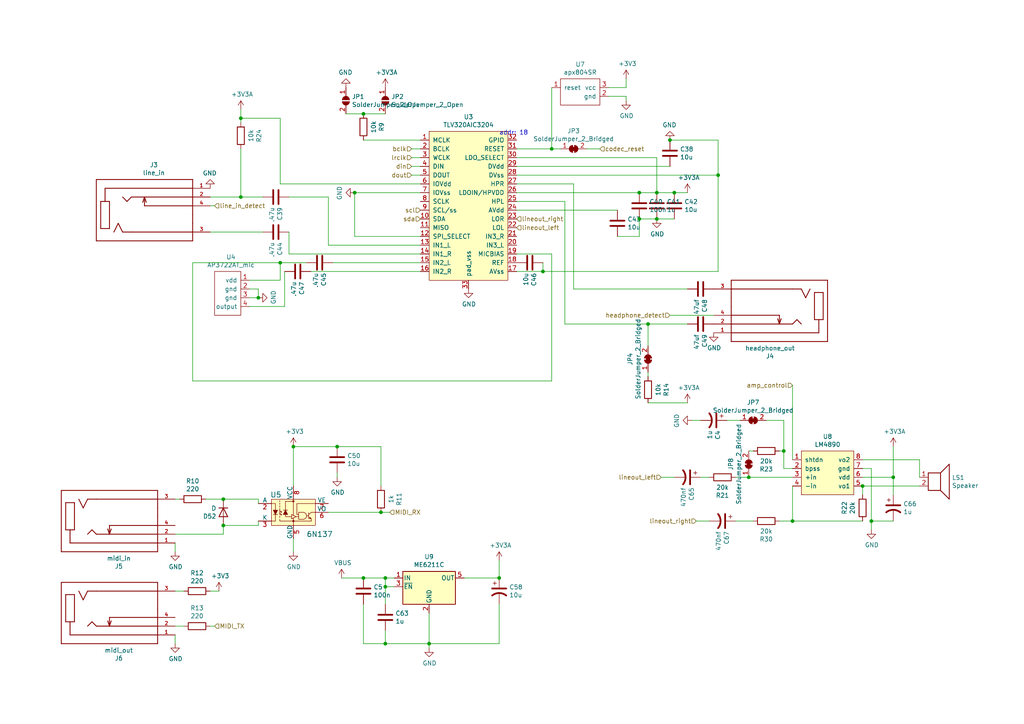
<source format=kicad_sch>
(kicad_sch (version 20211123) (generator eeschema)

  (uuid 8a3381a5-19d1-47f5-85b0-cf20b0f3bb61)

  (paper "A4")

  (title_block
    (title "TDM")
    (date "2021-09-17")
    (rev "6")
    (company "TWR")
    (comment 1 "Pocket Sound Computer")
  )

  (lib_symbols
    (symbol "Device:C" (pin_numbers hide) (pin_names (offset 0.254)) (in_bom yes) (on_board yes)
      (property "Reference" "C" (id 0) (at 0.635 2.54 0)
        (effects (font (size 1.27 1.27)) (justify left))
      )
      (property "Value" "C" (id 1) (at 0.635 -2.54 0)
        (effects (font (size 1.27 1.27)) (justify left))
      )
      (property "Footprint" "" (id 2) (at 0.9652 -3.81 0)
        (effects (font (size 1.27 1.27)) hide)
      )
      (property "Datasheet" "~" (id 3) (at 0 0 0)
        (effects (font (size 1.27 1.27)) hide)
      )
      (property "ki_keywords" "cap capacitor" (id 4) (at 0 0 0)
        (effects (font (size 1.27 1.27)) hide)
      )
      (property "ki_description" "Unpolarized capacitor" (id 5) (at 0 0 0)
        (effects (font (size 1.27 1.27)) hide)
      )
      (property "ki_fp_filters" "C_*" (id 6) (at 0 0 0)
        (effects (font (size 1.27 1.27)) hide)
      )
      (symbol "C_0_1"
        (polyline
          (pts
            (xy -2.032 -0.762)
            (xy 2.032 -0.762)
          )
          (stroke (width 0.508) (type default) (color 0 0 0 0))
          (fill (type none))
        )
        (polyline
          (pts
            (xy -2.032 0.762)
            (xy 2.032 0.762)
          )
          (stroke (width 0.508) (type default) (color 0 0 0 0))
          (fill (type none))
        )
      )
      (symbol "C_1_1"
        (pin passive line (at 0 3.81 270) (length 2.794)
          (name "~" (effects (font (size 1.27 1.27))))
          (number "1" (effects (font (size 1.27 1.27))))
        )
        (pin passive line (at 0 -3.81 90) (length 2.794)
          (name "~" (effects (font (size 1.27 1.27))))
          (number "2" (effects (font (size 1.27 1.27))))
        )
      )
    )
    (symbol "Device:CP1" (pin_numbers hide) (pin_names (offset 0.254) hide) (in_bom yes) (on_board yes)
      (property "Reference" "C" (id 0) (at 0.635 2.54 0)
        (effects (font (size 1.27 1.27)) (justify left))
      )
      (property "Value" "Device_CP1" (id 1) (at 0.635 -2.54 0)
        (effects (font (size 1.27 1.27)) (justify left))
      )
      (property "Footprint" "" (id 2) (at 0 0 0)
        (effects (font (size 1.27 1.27)) hide)
      )
      (property "Datasheet" "" (id 3) (at 0 0 0)
        (effects (font (size 1.27 1.27)) hide)
      )
      (property "ki_fp_filters" "CP_*" (id 4) (at 0 0 0)
        (effects (font (size 1.27 1.27)) hide)
      )
      (symbol "CP1_0_1"
        (polyline
          (pts
            (xy -2.032 0.762)
            (xy 2.032 0.762)
          )
          (stroke (width 0.508) (type default) (color 0 0 0 0))
          (fill (type none))
        )
        (polyline
          (pts
            (xy -1.778 2.286)
            (xy -0.762 2.286)
          )
          (stroke (width 0) (type default) (color 0 0 0 0))
          (fill (type none))
        )
        (polyline
          (pts
            (xy -1.27 1.778)
            (xy -1.27 2.794)
          )
          (stroke (width 0) (type default) (color 0 0 0 0))
          (fill (type none))
        )
        (arc (start 2.032 -1.27) (mid 0 -0.5572) (end -2.032 -1.27)
          (stroke (width 0.508) (type default) (color 0 0 0 0))
          (fill (type none))
        )
      )
      (symbol "CP1_1_1"
        (pin passive line (at 0 3.81 270) (length 2.794)
          (name "~" (effects (font (size 1.27 1.27))))
          (number "1" (effects (font (size 1.27 1.27))))
        )
        (pin passive line (at 0 -3.81 90) (length 3.302)
          (name "~" (effects (font (size 1.27 1.27))))
          (number "2" (effects (font (size 1.27 1.27))))
        )
      )
    )
    (symbol "Device:D" (pin_numbers hide) (pin_names (offset 1.016) hide) (in_bom yes) (on_board yes)
      (property "Reference" "D" (id 0) (at 0 2.54 0)
        (effects (font (size 1.27 1.27)))
      )
      (property "Value" "D" (id 1) (at 0 -2.54 0)
        (effects (font (size 1.27 1.27)))
      )
      (property "Footprint" "" (id 2) (at 0 0 0)
        (effects (font (size 1.27 1.27)) hide)
      )
      (property "Datasheet" "~" (id 3) (at 0 0 0)
        (effects (font (size 1.27 1.27)) hide)
      )
      (property "ki_keywords" "diode" (id 4) (at 0 0 0)
        (effects (font (size 1.27 1.27)) hide)
      )
      (property "ki_description" "Diode" (id 5) (at 0 0 0)
        (effects (font (size 1.27 1.27)) hide)
      )
      (property "ki_fp_filters" "TO-???* *_Diode_* *SingleDiode* D_*" (id 6) (at 0 0 0)
        (effects (font (size 1.27 1.27)) hide)
      )
      (symbol "D_0_1"
        (polyline
          (pts
            (xy -1.27 1.27)
            (xy -1.27 -1.27)
          )
          (stroke (width 0.254) (type default) (color 0 0 0 0))
          (fill (type none))
        )
        (polyline
          (pts
            (xy 1.27 0)
            (xy -1.27 0)
          )
          (stroke (width 0) (type default) (color 0 0 0 0))
          (fill (type none))
        )
        (polyline
          (pts
            (xy 1.27 1.27)
            (xy 1.27 -1.27)
            (xy -1.27 0)
            (xy 1.27 1.27)
          )
          (stroke (width 0.254) (type default) (color 0 0 0 0))
          (fill (type none))
        )
      )
      (symbol "D_1_1"
        (pin passive line (at -3.81 0 0) (length 2.54)
          (name "K" (effects (font (size 1.27 1.27))))
          (number "1" (effects (font (size 1.27 1.27))))
        )
        (pin passive line (at 3.81 0 180) (length 2.54)
          (name "A" (effects (font (size 1.27 1.27))))
          (number "2" (effects (font (size 1.27 1.27))))
        )
      )
    )
    (symbol "Device:R" (pin_numbers hide) (pin_names (offset 0)) (in_bom yes) (on_board yes)
      (property "Reference" "R" (id 0) (at 2.032 0 90)
        (effects (font (size 1.27 1.27)))
      )
      (property "Value" "R" (id 1) (at 0 0 90)
        (effects (font (size 1.27 1.27)))
      )
      (property "Footprint" "" (id 2) (at -1.778 0 90)
        (effects (font (size 1.27 1.27)) hide)
      )
      (property "Datasheet" "~" (id 3) (at 0 0 0)
        (effects (font (size 1.27 1.27)) hide)
      )
      (property "ki_keywords" "R res resistor" (id 4) (at 0 0 0)
        (effects (font (size 1.27 1.27)) hide)
      )
      (property "ki_description" "Resistor" (id 5) (at 0 0 0)
        (effects (font (size 1.27 1.27)) hide)
      )
      (property "ki_fp_filters" "R_*" (id 6) (at 0 0 0)
        (effects (font (size 1.27 1.27)) hide)
      )
      (symbol "R_0_1"
        (rectangle (start -1.016 -2.54) (end 1.016 2.54)
          (stroke (width 0.254) (type default) (color 0 0 0 0))
          (fill (type none))
        )
      )
      (symbol "R_1_1"
        (pin passive line (at 0 3.81 270) (length 1.27)
          (name "~" (effects (font (size 1.27 1.27))))
          (number "1" (effects (font (size 1.27 1.27))))
        )
        (pin passive line (at 0 -3.81 90) (length 1.27)
          (name "~" (effects (font (size 1.27 1.27))))
          (number "2" (effects (font (size 1.27 1.27))))
        )
      )
    )
    (symbol "Device:Speaker" (pin_names (offset 0) hide) (in_bom yes) (on_board yes)
      (property "Reference" "LS" (id 0) (at 1.27 5.715 0)
        (effects (font (size 1.27 1.27)) (justify right))
      )
      (property "Value" "Speaker" (id 1) (at 1.27 3.81 0)
        (effects (font (size 1.27 1.27)) (justify right))
      )
      (property "Footprint" "" (id 2) (at 0 -5.08 0)
        (effects (font (size 1.27 1.27)) hide)
      )
      (property "Datasheet" "~" (id 3) (at -0.254 -1.27 0)
        (effects (font (size 1.27 1.27)) hide)
      )
      (property "ki_keywords" "speaker sound" (id 4) (at 0 0 0)
        (effects (font (size 1.27 1.27)) hide)
      )
      (property "ki_description" "Speaker" (id 5) (at 0 0 0)
        (effects (font (size 1.27 1.27)) hide)
      )
      (symbol "Speaker_0_0"
        (rectangle (start -2.54 1.27) (end 1.016 -3.81)
          (stroke (width 0.254) (type default) (color 0 0 0 0))
          (fill (type none))
        )
        (polyline
          (pts
            (xy 1.016 1.27)
            (xy 3.556 3.81)
            (xy 3.556 -6.35)
            (xy 1.016 -3.81)
          )
          (stroke (width 0.254) (type default) (color 0 0 0 0))
          (fill (type none))
        )
      )
      (symbol "Speaker_1_1"
        (pin input line (at -5.08 0 0) (length 2.54)
          (name "1" (effects (font (size 1.27 1.27))))
          (number "1" (effects (font (size 1.27 1.27))))
        )
        (pin input line (at -5.08 -2.54 0) (length 2.54)
          (name "2" (effects (font (size 1.27 1.27))))
          (number "2" (effects (font (size 1.27 1.27))))
        )
      )
    )
    (symbol "Jumper:SolderJumper_2_Bridged" (pin_names (offset 0) hide) (in_bom yes) (on_board yes)
      (property "Reference" "JP" (id 0) (at 0 2.032 0)
        (effects (font (size 1.27 1.27)))
      )
      (property "Value" "SolderJumper_2_Bridged" (id 1) (at 0 -2.54 0)
        (effects (font (size 1.27 1.27)))
      )
      (property "Footprint" "" (id 2) (at 0 0 0)
        (effects (font (size 1.27 1.27)) hide)
      )
      (property "Datasheet" "~" (id 3) (at 0 0 0)
        (effects (font (size 1.27 1.27)) hide)
      )
      (property "ki_keywords" "solder jumper SPST" (id 4) (at 0 0 0)
        (effects (font (size 1.27 1.27)) hide)
      )
      (property "ki_description" "Solder Jumper, 2-pole, closed/bridged" (id 5) (at 0 0 0)
        (effects (font (size 1.27 1.27)) hide)
      )
      (property "ki_fp_filters" "SolderJumper*Bridged*" (id 6) (at 0 0 0)
        (effects (font (size 1.27 1.27)) hide)
      )
      (symbol "SolderJumper_2_Bridged_0_1"
        (rectangle (start -0.508 0.508) (end 0.508 -0.508)
          (stroke (width 0) (type default) (color 0 0 0 0))
          (fill (type outline))
        )
        (arc (start -0.254 1.016) (mid -1.27 0) (end -0.254 -1.016)
          (stroke (width 0) (type default) (color 0 0 0 0))
          (fill (type none))
        )
        (arc (start -0.254 1.016) (mid -1.27 0) (end -0.254 -1.016)
          (stroke (width 0) (type default) (color 0 0 0 0))
          (fill (type outline))
        )
        (polyline
          (pts
            (xy -0.254 1.016)
            (xy -0.254 -1.016)
          )
          (stroke (width 0) (type default) (color 0 0 0 0))
          (fill (type none))
        )
        (polyline
          (pts
            (xy 0.254 1.016)
            (xy 0.254 -1.016)
          )
          (stroke (width 0) (type default) (color 0 0 0 0))
          (fill (type none))
        )
        (arc (start 0.254 -1.016) (mid 1.27 0) (end 0.254 1.016)
          (stroke (width 0) (type default) (color 0 0 0 0))
          (fill (type none))
        )
        (arc (start 0.254 -1.016) (mid 1.27 0) (end 0.254 1.016)
          (stroke (width 0) (type default) (color 0 0 0 0))
          (fill (type outline))
        )
      )
      (symbol "SolderJumper_2_Bridged_1_1"
        (pin passive line (at -3.81 0 0) (length 2.54)
          (name "A" (effects (font (size 1.27 1.27))))
          (number "1" (effects (font (size 1.27 1.27))))
        )
        (pin passive line (at 3.81 0 180) (length 2.54)
          (name "B" (effects (font (size 1.27 1.27))))
          (number "2" (effects (font (size 1.27 1.27))))
        )
      )
    )
    (symbol "Jumper:SolderJumper_2_Open" (pin_names (offset 0) hide) (in_bom yes) (on_board yes)
      (property "Reference" "JP" (id 0) (at 0 2.032 0)
        (effects (font (size 1.27 1.27)))
      )
      (property "Value" "SolderJumper_2_Open" (id 1) (at 0 -2.54 0)
        (effects (font (size 1.27 1.27)))
      )
      (property "Footprint" "" (id 2) (at 0 0 0)
        (effects (font (size 1.27 1.27)) hide)
      )
      (property "Datasheet" "~" (id 3) (at 0 0 0)
        (effects (font (size 1.27 1.27)) hide)
      )
      (property "ki_keywords" "solder jumper SPST" (id 4) (at 0 0 0)
        (effects (font (size 1.27 1.27)) hide)
      )
      (property "ki_description" "Solder Jumper, 2-pole, open" (id 5) (at 0 0 0)
        (effects (font (size 1.27 1.27)) hide)
      )
      (property "ki_fp_filters" "SolderJumper*Open*" (id 6) (at 0 0 0)
        (effects (font (size 1.27 1.27)) hide)
      )
      (symbol "SolderJumper_2_Open_0_1"
        (arc (start -0.254 1.016) (mid -1.27 0) (end -0.254 -1.016)
          (stroke (width 0) (type default) (color 0 0 0 0))
          (fill (type none))
        )
        (arc (start -0.254 1.016) (mid -1.27 0) (end -0.254 -1.016)
          (stroke (width 0) (type default) (color 0 0 0 0))
          (fill (type outline))
        )
        (polyline
          (pts
            (xy -0.254 1.016)
            (xy -0.254 -1.016)
          )
          (stroke (width 0) (type default) (color 0 0 0 0))
          (fill (type none))
        )
        (polyline
          (pts
            (xy 0.254 1.016)
            (xy 0.254 -1.016)
          )
          (stroke (width 0) (type default) (color 0 0 0 0))
          (fill (type none))
        )
        (arc (start 0.254 -1.016) (mid 1.27 0) (end 0.254 1.016)
          (stroke (width 0) (type default) (color 0 0 0 0))
          (fill (type none))
        )
        (arc (start 0.254 -1.016) (mid 1.27 0) (end 0.254 1.016)
          (stroke (width 0) (type default) (color 0 0 0 0))
          (fill (type outline))
        )
      )
      (symbol "SolderJumper_2_Open_1_1"
        (pin passive line (at -3.81 0 0) (length 2.54)
          (name "A" (effects (font (size 1.27 1.27))))
          (number "1" (effects (font (size 1.27 1.27))))
        )
        (pin passive line (at 3.81 0 180) (length 2.54)
          (name "B" (effects (font (size 1.27 1.27))))
          (number "2" (effects (font (size 1.27 1.27))))
        )
      )
    )
    (symbol "customLibrary:+3V3A" (power) (pin_names (offset 0)) (in_bom yes) (on_board yes)
      (property "Reference" "#PWR" (id 0) (at 0 -3.81 0)
        (effects (font (size 1.27 1.27)) hide)
      )
      (property "Value" "customLibrary_+3V3A" (id 1) (at 0 3.556 0)
        (effects (font (size 1.27 1.27)))
      )
      (property "Footprint" "" (id 2) (at 0 0 0)
        (effects (font (size 1.27 1.27)) hide)
      )
      (property "Datasheet" "" (id 3) (at 0 0 0)
        (effects (font (size 1.27 1.27)) hide)
      )
      (symbol "+3V3A_0_1"
        (polyline
          (pts
            (xy -0.762 1.27)
            (xy 0 2.54)
          )
          (stroke (width 0) (type default) (color 0 0 0 0))
          (fill (type none))
        )
        (polyline
          (pts
            (xy 0 0)
            (xy 0 2.54)
          )
          (stroke (width 0) (type default) (color 0 0 0 0))
          (fill (type none))
        )
        (polyline
          (pts
            (xy 0 2.54)
            (xy 0.762 1.27)
          )
          (stroke (width 0) (type default) (color 0 0 0 0))
          (fill (type none))
        )
      )
      (symbol "+3V3A_1_1"
        (pin power_in line (at 0 0 90) (length 0) hide
          (name "+3V3A" (effects (font (size 1.27 1.27))))
          (number "1" (effects (font (size 1.27 1.27))))
        )
      )
    )
    (symbol "customLibrary:AP3722AT_mic" (pin_names (offset 1.016)) (in_bom yes) (on_board yes)
      (property "Reference" "U" (id 0) (at -3.81 6.35 0)
        (effects (font (size 1.27 1.27)))
      )
      (property "Value" "customLibrary_AP3722AT_mic" (id 1) (at 0 -8.89 0)
        (effects (font (size 1.27 1.27)))
      )
      (property "Footprint" "" (id 2) (at -3.81 5.08 0)
        (effects (font (size 1.27 1.27)) hide)
      )
      (property "Datasheet" "" (id 3) (at -3.81 5.08 0)
        (effects (font (size 1.27 1.27)) hide)
      )
      (symbol "AP3722AT_mic_0_1"
        (rectangle (start -3.81 5.08) (end 3.81 -7.62)
          (stroke (width 0) (type default) (color 0 0 0 0))
          (fill (type none))
        )
      )
      (symbol "AP3722AT_mic_1_1"
        (pin output line (at 6.35 2.54 180) (length 2.54)
          (name "vdd" (effects (font (size 1.27 1.27))))
          (number "1" (effects (font (size 1.27 1.27))))
        )
        (pin output line (at 6.35 0 180) (length 2.54)
          (name "gnd" (effects (font (size 1.27 1.27))))
          (number "2" (effects (font (size 1.27 1.27))))
        )
        (pin output line (at 6.35 -2.54 180) (length 2.54)
          (name "gnd" (effects (font (size 1.27 1.27))))
          (number "3" (effects (font (size 1.27 1.27))))
        )
        (pin output line (at 6.35 -5.08 180) (length 2.54)
          (name "output" (effects (font (size 1.27 1.27))))
          (number "4" (effects (font (size 1.27 1.27))))
        )
      )
    )
    (symbol "customLibrary:HRO-PJ-327C-A" (pin_names (offset 1.016) hide) (in_bom yes) (on_board yes)
      (property "Reference" "J" (id 0) (at -15.2654 10.1854 0)
        (effects (font (size 1.27 1.27)) (justify left bottom))
      )
      (property "Value" "customLibrary_HRO-PJ-327C-A" (id 1) (at -15.2654 -10.1854 0)
        (effects (font (size 1.27 1.27)) (justify left bottom))
      )
      (property "Footprint" "CUI_SJ2-35043C-SMT-TR" (id 2) (at 0 0 0)
        (effects (font (size 1.27 1.27)) (justify left bottom) hide)
      )
      (property "Datasheet" "Manufacturer Recommendation" (id 3) (at 0 0 0)
        (effects (font (size 1.27 1.27)) (justify left bottom) hide)
      )
      (property "Field4" "CUI Inc" (id 4) (at 0 0 0)
        (effects (font (size 1.27 1.27)) (justify left bottom) hide)
      )
      (property "Field5" "1.01" (id 5) (at 0 0 0)
        (effects (font (size 1.27 1.27)) (justify left bottom) hide)
      )
      (property "ki_locked" "" (id 6) (at 0 0 0)
        (effects (font (size 1.27 1.27)))
      )
      (symbol "HRO-PJ-327C-A_0_0"
        (polyline
          (pts
            (xy -15.24 -7.62)
            (xy 12.7 -7.62)
          )
          (stroke (width 0.254) (type default) (color 0 0 0 0))
          (fill (type none))
        )
        (polyline
          (pts
            (xy -15.24 10.16)
            (xy -15.24 -7.62)
          )
          (stroke (width 0.254) (type default) (color 0 0 0 0))
          (fill (type none))
        )
        (polyline
          (pts
            (xy -13.97 -4.064)
            (xy -13.97 3.81)
          )
          (stroke (width 0.254) (type default) (color 0 0 0 0))
          (fill (type none))
        )
        (polyline
          (pts
            (xy -13.97 3.81)
            (xy -12.7 3.81)
          )
          (stroke (width 0.254) (type default) (color 0 0 0 0))
          (fill (type none))
        )
        (polyline
          (pts
            (xy -12.7 3.81)
            (xy -11.43 3.81)
          )
          (stroke (width 0.254) (type default) (color 0 0 0 0))
          (fill (type none))
        )
        (polyline
          (pts
            (xy -12.7 7.62)
            (xy -12.7 3.81)
          )
          (stroke (width 0.254) (type default) (color 0 0 0 0))
          (fill (type none))
        )
        (polyline
          (pts
            (xy -12.7 7.62)
            (xy 12.7 7.62)
          )
          (stroke (width 0.254) (type default) (color 0 0 0 0))
          (fill (type none))
        )
        (polyline
          (pts
            (xy -11.43 -4.064)
            (xy -13.97 -4.064)
          )
          (stroke (width 0.254) (type default) (color 0 0 0 0))
          (fill (type none))
        )
        (polyline
          (pts
            (xy -11.43 3.81)
            (xy -11.43 -4.064)
          )
          (stroke (width 0.254) (type default) (color 0 0 0 0))
          (fill (type none))
        )
        (polyline
          (pts
            (xy -8.89 -2.54)
            (xy -10.16 -5.08)
          )
          (stroke (width 0.254) (type default) (color 0 0 0 0))
          (fill (type none))
        )
        (polyline
          (pts
            (xy -7.62 -5.08)
            (xy -8.89 -2.54)
          )
          (stroke (width 0.254) (type default) (color 0 0 0 0))
          (fill (type none))
        )
        (polyline
          (pts
            (xy -7.62 -5.08)
            (xy -5.08 -5.08)
          )
          (stroke (width 0.254) (type default) (color 0 0 0 0))
          (fill (type none))
        )
        (polyline
          (pts
            (xy -7.62 5.08)
            (xy -6.35 3.81)
          )
          (stroke (width 0.254) (type default) (color 0 0 0 0))
          (fill (type none))
        )
        (polyline
          (pts
            (xy -6.35 3.81)
            (xy -5.08 5.08)
          )
          (stroke (width 0.254) (type default) (color 0 0 0 0))
          (fill (type none))
        )
        (polyline
          (pts
            (xy -5.08 -5.08)
            (xy 12.7 -5.08)
          )
          (stroke (width 0.254) (type default) (color 0 0 0 0))
          (fill (type none))
        )
        (polyline
          (pts
            (xy -5.08 5.08)
            (xy 12.7 5.08)
          )
          (stroke (width 0.254) (type default) (color 0 0 0 0))
          (fill (type none))
        )
        (polyline
          (pts
            (xy -1.27 2.54)
            (xy -1.27 5.08)
          )
          (stroke (width 0.254) (type default) (color 0 0 0 0))
          (fill (type none))
        )
        (polyline
          (pts
            (xy -1.27 5.08)
            (xy -1.778 3.556)
          )
          (stroke (width 0.254) (type default) (color 0 0 0 0))
          (fill (type none))
        )
        (polyline
          (pts
            (xy -1.27 5.08)
            (xy -0.762 3.556)
          )
          (stroke (width 0.254) (type default) (color 0 0 0 0))
          (fill (type none))
        )
        (polyline
          (pts
            (xy 12.7 -7.62)
            (xy 12.7 -5.08)
          )
          (stroke (width 0.254) (type default) (color 0 0 0 0))
          (fill (type none))
        )
        (polyline
          (pts
            (xy 12.7 -5.08)
            (xy 12.7 -2.54)
          )
          (stroke (width 0.254) (type default) (color 0 0 0 0))
          (fill (type none))
        )
        (polyline
          (pts
            (xy 12.7 -2.54)
            (xy 12.7 0)
          )
          (stroke (width 0.254) (type default) (color 0 0 0 0))
          (fill (type none))
        )
        (polyline
          (pts
            (xy 12.7 0)
            (xy 12.7 10.16)
          )
          (stroke (width 0.254) (type default) (color 0 0 0 0))
          (fill (type none))
        )
        (polyline
          (pts
            (xy 12.7 10.16)
            (xy -15.24 10.16)
          )
          (stroke (width 0.254) (type default) (color 0 0 0 0))
          (fill (type none))
        )
        (pin passive line (at 17.78 7.62 180) (length 5.08)
          (name "SLEEVE" (effects (font (size 1.016 1.016))))
          (number "1" (effects (font (size 1.016 1.016))))
        )
        (pin passive line (at 17.78 5.08 180) (length 5.08)
          (name "TIP_1" (effects (font (size 1.016 1.016))))
          (number "2" (effects (font (size 1.016 1.016))))
        )
        (pin passive line (at 17.78 -5.08 180) (length 5.08)
          (name "RING" (effects (font (size 1.016 1.016))))
          (number "3" (effects (font (size 1.016 1.016))))
        )
        (pin passive line (at 17.78 2.54 180) (length 5.08)
          (name "TIP_SWITCH" (effects (font (size 1.016 1.016))))
          (number "4" (effects (font (size 1.016 1.016))))
        )
      )
      (symbol "HRO-PJ-327C-A_1_1"
        (polyline
          (pts
            (xy 12.7 2.54)
            (xy -1.27 2.54)
          )
          (stroke (width 0.254) (type default) (color 0 0 0 0))
          (fill (type none))
        )
      )
    )
    (symbol "customLibrary:ME6211C" (pin_names (offset 0.254)) (in_bom yes) (on_board yes)
      (property "Reference" "U" (id 0) (at -6.35 5.715 0)
        (effects (font (size 1.27 1.27)))
      )
      (property "Value" "customLibrary_ME6211C" (id 1) (at 0 5.715 0)
        (effects (font (size 1.27 1.27)) (justify left))
      )
      (property "Footprint" "Package_TO_SOT_SMD:SOT-23-5" (id 2) (at 0 8.255 0)
        (effects (font (size 1.27 1.27) italic) hide)
      )
      (property "Datasheet" "" (id 3) (at 0 -1.27 0)
        (effects (font (size 1.27 1.27)) hide)
      )
      (property "ki_fp_filters" "SOT?23*" (id 4) (at 0 0 0)
        (effects (font (size 1.27 1.27)) hide)
      )
      (symbol "ME6211C_0_1"
        (rectangle (start -7.62 4.445) (end 7.62 -5.08)
          (stroke (width 0.254) (type default) (color 0 0 0 0))
          (fill (type background))
        )
      )
      (symbol "ME6211C_1_1"
        (pin power_in line (at -10.16 2.54 0) (length 2.54)
          (name "IN" (effects (font (size 1.27 1.27))))
          (number "1" (effects (font (size 1.27 1.27))))
        )
        (pin power_in line (at 0 -7.62 90) (length 2.54)
          (name "GND" (effects (font (size 1.27 1.27))))
          (number "2" (effects (font (size 1.27 1.27))))
        )
        (pin input line (at -10.16 0 0) (length 2.54)
          (name "~{EN}" (effects (font (size 1.27 1.27))))
          (number "3" (effects (font (size 1.27 1.27))))
        )
        (pin no_connect line (at 10.16 0 180) (length 2.54) hide
          (name "NC" (effects (font (size 1.27 1.27))))
          (number "4" (effects (font (size 1.27 1.27))))
        )
        (pin power_out line (at 10.16 2.54 180) (length 2.54)
          (name "OUT" (effects (font (size 1.27 1.27))))
          (number "5" (effects (font (size 1.27 1.27))))
        )
      )
    )
    (symbol "customLibrary:TLV320AIC3204" (pin_names (offset 1.016)) (in_bom yes) (on_board yes)
      (property "Reference" "U" (id 0) (at -12.7 20.32 0)
        (effects (font (size 1.27 1.27)))
      )
      (property "Value" "customLibrary_TLV320AIC3204" (id 1) (at 5.08 -27.94 0)
        (effects (font (size 1.27 1.27)))
      )
      (property "Footprint" "" (id 2) (at -12.7 20.32 0)
        (effects (font (size 1.27 1.27)) hide)
      )
      (property "Datasheet" "" (id 3) (at -12.7 20.32 0)
        (effects (font (size 1.27 1.27)) hide)
      )
      (symbol "TLV320AIC3204_0_0"
        (pin input line (at -13.97 15.24 0) (length 2.54)
          (name "MCLK" (effects (font (size 1.27 1.27))))
          (number "1" (effects (font (size 1.27 1.27))))
        )
        (pin input line (at -13.97 -7.62 0) (length 2.54)
          (name "SDA" (effects (font (size 1.27 1.27))))
          (number "10" (effects (font (size 1.27 1.27))))
        )
        (pin output line (at -13.97 -10.16 0) (length 2.54)
          (name "MISO" (effects (font (size 1.27 1.27))))
          (number "11" (effects (font (size 1.27 1.27))))
        )
        (pin input line (at -13.97 -12.7 0) (length 2.54)
          (name "SPI_SELECT" (effects (font (size 1.27 1.27))))
          (number "12" (effects (font (size 1.27 1.27))))
        )
        (pin input line (at -13.97 -15.24 0) (length 2.54)
          (name "IN1_L" (effects (font (size 1.27 1.27))))
          (number "13" (effects (font (size 1.27 1.27))))
        )
        (pin input line (at -13.97 -17.78 0) (length 2.54)
          (name "IN1_R" (effects (font (size 1.27 1.27))))
          (number "14" (effects (font (size 1.27 1.27))))
        )
        (pin input line (at -13.97 -20.32 0) (length 2.54)
          (name "IN2_L" (effects (font (size 1.27 1.27))))
          (number "15" (effects (font (size 1.27 1.27))))
        )
        (pin input line (at -13.97 -22.86 0) (length 2.54)
          (name "IN2_R" (effects (font (size 1.27 1.27))))
          (number "16" (effects (font (size 1.27 1.27))))
        )
        (pin power_out line (at 13.97 -22.86 180) (length 2.54)
          (name "AVss" (effects (font (size 1.27 1.27))))
          (number "17" (effects (font (size 1.27 1.27))))
        )
        (pin output line (at 13.97 -20.32 180) (length 2.54)
          (name "REF" (effects (font (size 1.27 1.27))))
          (number "18" (effects (font (size 1.27 1.27))))
        )
        (pin output line (at 13.97 -17.78 180) (length 2.54)
          (name "MICBIAS" (effects (font (size 1.27 1.27))))
          (number "19" (effects (font (size 1.27 1.27))))
        )
        (pin bidirectional line (at -13.97 12.7 0) (length 2.54)
          (name "BCLK" (effects (font (size 1.27 1.27))))
          (number "2" (effects (font (size 1.27 1.27))))
        )
        (pin input line (at 13.97 -15.24 180) (length 2.54)
          (name "IN3_L" (effects (font (size 1.27 1.27))))
          (number "20" (effects (font (size 1.27 1.27))))
        )
        (pin input line (at 13.97 -12.7 180) (length 2.54)
          (name "IN3_R" (effects (font (size 1.27 1.27))))
          (number "21" (effects (font (size 1.27 1.27))))
        )
        (pin output line (at 13.97 -10.16 180) (length 2.54)
          (name "LOL" (effects (font (size 1.27 1.27))))
          (number "22" (effects (font (size 1.27 1.27))))
        )
        (pin output line (at 13.97 -7.62 180) (length 2.54)
          (name "LOR" (effects (font (size 1.27 1.27))))
          (number "23" (effects (font (size 1.27 1.27))))
        )
        (pin input line (at 13.97 -5.08 180) (length 2.54)
          (name "AVdd" (effects (font (size 1.27 1.27))))
          (number "24" (effects (font (size 1.27 1.27))))
        )
        (pin output line (at 13.97 -2.54 180) (length 2.54)
          (name "HPL" (effects (font (size 1.27 1.27))))
          (number "25" (effects (font (size 1.27 1.27))))
        )
        (pin input line (at 13.97 0 180) (length 2.54)
          (name "LDOIN/HPVDD" (effects (font (size 1.27 1.27))))
          (number "26" (effects (font (size 1.27 1.27))))
        )
        (pin output line (at 13.97 2.54 180) (length 2.54)
          (name "HPR" (effects (font (size 1.27 1.27))))
          (number "27" (effects (font (size 1.27 1.27))))
        )
        (pin power_out line (at 13.97 5.08 180) (length 2.54)
          (name "DVss" (effects (font (size 1.27 1.27))))
          (number "28" (effects (font (size 1.27 1.27))))
        )
        (pin power_in line (at 13.97 7.62 180) (length 2.54)
          (name "DVdd" (effects (font (size 1.27 1.27))))
          (number "29" (effects (font (size 1.27 1.27))))
        )
        (pin bidirectional line (at -13.97 10.16 0) (length 2.54)
          (name "WCLK" (effects (font (size 1.27 1.27))))
          (number "3" (effects (font (size 1.27 1.27))))
        )
        (pin input line (at 13.97 10.16 180) (length 2.54)
          (name "LDO_SELECT" (effects (font (size 1.27 1.27))))
          (number "30" (effects (font (size 1.27 1.27))))
        )
        (pin input line (at 13.97 12.7 180) (length 2.54)
          (name "RESET" (effects (font (size 1.27 1.27))))
          (number "31" (effects (font (size 1.27 1.27))))
        )
        (pin input line (at 13.97 15.24 180) (length 2.54)
          (name "GPIO" (effects (font (size 1.27 1.27))))
          (number "32" (effects (font (size 1.27 1.27))))
        )
        (pin input line (at -13.97 7.62 0) (length 2.54)
          (name "DIN" (effects (font (size 1.27 1.27))))
          (number "4" (effects (font (size 1.27 1.27))))
        )
        (pin output line (at -13.97 5.08 0) (length 2.54)
          (name "DOUT" (effects (font (size 1.27 1.27))))
          (number "5" (effects (font (size 1.27 1.27))))
        )
        (pin power_in line (at -13.97 2.54 0) (length 2.54)
          (name "IOVdd" (effects (font (size 1.27 1.27))))
          (number "6" (effects (font (size 1.27 1.27))))
        )
        (pin power_out line (at -13.97 0 0) (length 2.54)
          (name "IOVss" (effects (font (size 1.27 1.27))))
          (number "7" (effects (font (size 1.27 1.27))))
        )
        (pin input line (at -13.97 -2.54 0) (length 2.54)
          (name "SCLK" (effects (font (size 1.27 1.27))))
          (number "8" (effects (font (size 1.27 1.27))))
        )
        (pin input line (at -13.97 -5.08 0) (length 2.54)
          (name "SCL/ss" (effects (font (size 1.27 1.27))))
          (number "9" (effects (font (size 1.27 1.27))))
        )
      )
      (symbol "TLV320AIC3204_0_1"
        (rectangle (start -11.43 17.78) (end 11.43 -25.4)
          (stroke (width 0) (type default) (color 0 0 0 0))
          (fill (type background))
        )
      )
      (symbol "TLV320AIC3204_1_1"
        (pin power_out line (at 0 -27.94 90) (length 2.54)
          (name "pad_vss" (effects (font (size 1.27 1.27))))
          (number "33" (effects (font (size 1.27 1.27))))
        )
      )
    )
    (symbol "customLibrary:VSYS" (power) (pin_names (offset 0)) (in_bom yes) (on_board yes)
      (property "Reference" "#PWR" (id 0) (at 0 -3.81 0)
        (effects (font (size 1.27 1.27)) hide)
      )
      (property "Value" "customLibrary_VSYS" (id 1) (at 0 3.81 0)
        (effects (font (size 1.27 1.27)))
      )
      (property "Footprint" "" (id 2) (at 0 0 0)
        (effects (font (size 1.27 1.27)) hide)
      )
      (property "Datasheet" "" (id 3) (at 0 0 0)
        (effects (font (size 1.27 1.27)) hide)
      )
      (symbol "VSYS_0_1"
        (polyline
          (pts
            (xy -0.762 1.27)
            (xy 0 2.54)
          )
          (stroke (width 0) (type default) (color 0 0 0 0))
          (fill (type none))
        )
        (polyline
          (pts
            (xy 0 0)
            (xy 0 2.54)
          )
          (stroke (width 0) (type default) (color 0 0 0 0))
          (fill (type none))
        )
        (polyline
          (pts
            (xy 0 2.54)
            (xy 0.762 1.27)
          )
          (stroke (width 0) (type default) (color 0 0 0 0))
          (fill (type none))
        )
      )
      (symbol "VSYS_1_1"
        (pin power_in line (at 0 0 90) (length 0) hide
          (name "VBUS" (effects (font (size 1.27 1.27))))
          (number "1" (effects (font (size 1.27 1.27))))
        )
      )
    )
    (symbol "customLibrary:apx804SR" (pin_names (offset 1.016)) (in_bom yes) (on_board yes)
      (property "Reference" "U" (id 0) (at 0 7.62 0)
        (effects (font (size 1.27 1.27)))
      )
      (property "Value" "customLibrary_apx804SR" (id 1) (at 0 5.08 0)
        (effects (font (size 1.27 1.27)))
      )
      (property "Footprint" "" (id 2) (at 0 7.62 0)
        (effects (font (size 1.27 1.27)) hide)
      )
      (property "Datasheet" "" (id 3) (at 0 7.62 0)
        (effects (font (size 1.27 1.27)) hide)
      )
      (symbol "apx804SR_0_1"
        (rectangle (start -6.35 3.81) (end 5.08 -3.81)
          (stroke (width 0) (type default) (color 0 0 0 0))
          (fill (type none))
        )
      )
      (symbol "apx804SR_1_1"
        (pin input line (at -8.89 1.27 0) (length 2.54)
          (name "reset" (effects (font (size 1.27 1.27))))
          (number "1" (effects (font (size 1.27 1.27))))
        )
        (pin input line (at 7.62 -1.27 180) (length 2.54)
          (name "gnd" (effects (font (size 1.27 1.27))))
          (number "2" (effects (font (size 1.27 1.27))))
        )
        (pin input line (at 7.62 1.27 180) (length 2.54)
          (name "vcc" (effects (font (size 1.27 1.27))))
          (number "3" (effects (font (size 1.27 1.27))))
        )
      )
    )
    (symbol "customLibrary:fm8002a" (pin_names (offset 1.016)) (in_bom yes) (on_board yes)
      (property "Reference" "U" (id 0) (at 0 10.16 0)
        (effects (font (size 1.27 1.27)))
      )
      (property "Value" "customLibrary_fm8002a" (id 1) (at 0 7.62 0)
        (effects (font (size 1.27 1.27)))
      )
      (property "Footprint" "" (id 2) (at 0 10.16 0)
        (effects (font (size 1.27 1.27)) hide)
      )
      (property "Datasheet" "" (id 3) (at 0 10.16 0)
        (effects (font (size 1.27 1.27)) hide)
      )
      (symbol "fm8002a_0_1"
        (rectangle (start -7.62 6.35) (end 7.62 -6.35)
          (stroke (width 0) (type default) (color 0 0 0 0))
          (fill (type background))
        )
      )
      (symbol "fm8002a_1_1"
        (pin input line (at -10.16 3.81 0) (length 2.54)
          (name "shtdn" (effects (font (size 1.27 1.27))))
          (number "1" (effects (font (size 1.27 1.27))))
        )
        (pin input line (at -10.16 1.27 0) (length 2.54)
          (name "bpss" (effects (font (size 1.27 1.27))))
          (number "2" (effects (font (size 1.27 1.27))))
        )
        (pin input line (at -10.16 -1.27 0) (length 2.54)
          (name "+in" (effects (font (size 1.27 1.27))))
          (number "3" (effects (font (size 1.27 1.27))))
        )
        (pin input line (at -10.16 -3.81 0) (length 2.54)
          (name "-in" (effects (font (size 1.27 1.27))))
          (number "4" (effects (font (size 1.27 1.27))))
        )
        (pin input line (at 10.16 -3.81 180) (length 2.54)
          (name "vo1" (effects (font (size 1.27 1.27))))
          (number "5" (effects (font (size 1.27 1.27))))
        )
        (pin input line (at 10.16 -1.27 180) (length 2.54)
          (name "vdd" (effects (font (size 1.27 1.27))))
          (number "6" (effects (font (size 1.27 1.27))))
        )
        (pin input line (at 10.16 1.27 180) (length 2.54)
          (name "gnd" (effects (font (size 1.27 1.27))))
          (number "7" (effects (font (size 1.27 1.27))))
        )
        (pin input line (at 10.16 3.81 180) (length 2.54)
          (name "vo2" (effects (font (size 1.27 1.27))))
          (number "8" (effects (font (size 1.27 1.27))))
        )
      )
    )
    (symbol "dk_Optoisolators-Logic-Output:6N137" (pin_names (offset 0)) (in_bom yes) (on_board yes)
      (property "Reference" "U" (id 0) (at -7.62 6.35 0)
        (effects (font (size 1.524 1.524)))
      )
      (property "Value" "dk_Optoisolators-Logic-Output_6N137" (id 1) (at 2.54 -6.35 0)
        (effects (font (size 1.524 1.524)) (justify left))
      )
      (property "Footprint" "digikey-footprints:DIP-8_W7.62mm" (id 2) (at 5.08 5.08 0)
        (effects (font (size 1.524 1.524)) (justify left) hide)
      )
      (property "Datasheet" "https://media.digikey.com/pdf/Data%20Sheets/Lite-On%20PDFs/6N137%20Series.pdf" (id 3) (at 5.08 7.62 0)
        (effects (font (size 1.524 1.524)) (justify left) hide)
      )
      (property "Digi-Key_PN" "160-1791-ND" (id 4) (at 5.08 10.16 0)
        (effects (font (size 1.524 1.524)) (justify left) hide)
      )
      (property "MPN" "6N137" (id 5) (at 5.08 12.7 0)
        (effects (font (size 1.524 1.524)) (justify left) hide)
      )
      (property "Category" "Isolators" (id 6) (at 5.08 15.24 0)
        (effects (font (size 1.524 1.524)) (justify left) hide)
      )
      (property "Family" "Optoisolators - Logic Output" (id 7) (at 5.08 17.78 0)
        (effects (font (size 1.524 1.524)) (justify left) hide)
      )
      (property "DK_Datasheet_Link" "https://media.digikey.com/pdf/Data%20Sheets/Lite-On%20PDFs/6N137%20Series.pdf" (id 8) (at 5.08 20.32 0)
        (effects (font (size 1.524 1.524)) (justify left) hide)
      )
      (property "DK_Detail_Page" "/product-detail/en/lite-on-inc/6N137/160-1791-ND/1969175" (id 9) (at 5.08 22.86 0)
        (effects (font (size 1.524 1.524)) (justify left) hide)
      )
      (property "Description" "OPTOISO 5KV 1CH OPEN COLL 8DIP" (id 10) (at 5.08 25.4 0)
        (effects (font (size 1.524 1.524)) (justify left) hide)
      )
      (property "Manufacturer" "Lite-On Inc." (id 11) (at 5.08 27.94 0)
        (effects (font (size 1.524 1.524)) (justify left) hide)
      )
      (property "Status" "Active" (id 12) (at 5.08 30.48 0)
        (effects (font (size 1.524 1.524)) (justify left) hide)
      )
      (symbol "6N137_0_1"
        (rectangle (start -6.35 3.81) (end 6.35 -3.81)
          (stroke (width 0) (type default) (color 0 0 0 0))
          (fill (type background))
        )
        (polyline
          (pts
            (xy -5.842 -0.635)
            (xy -4.572 -0.635)
          )
          (stroke (width 0) (type default) (color 0 0 0 0))
          (fill (type none))
        )
        (polyline
          (pts
            (xy -3.937 -1.143)
            (xy -3.937 -1.524)
          )
          (stroke (width 0) (type default) (color 0 0 0 0))
          (fill (type none))
        )
        (polyline
          (pts
            (xy -3.937 -0.381)
            (xy -3.937 -0.762)
          )
          (stroke (width 0) (type default) (color 0 0 0 0))
          (fill (type none))
        )
        (polyline
          (pts
            (xy -3.937 0.381)
            (xy -3.937 0)
          )
          (stroke (width 0) (type default) (color 0 0 0 0))
          (fill (type none))
        )
        (polyline
          (pts
            (xy -3.937 1.143)
            (xy -3.937 0.762)
          )
          (stroke (width 0) (type default) (color 0 0 0 0))
          (fill (type none))
        )
        (polyline
          (pts
            (xy -3.937 1.905)
            (xy -3.937 1.524)
          )
          (stroke (width 0) (type default) (color 0 0 0 0))
          (fill (type none))
        )
        (polyline
          (pts
            (xy -3.937 2.667)
            (xy -3.937 2.286)
          )
          (stroke (width 0) (type default) (color 0 0 0 0))
          (fill (type none))
        )
        (polyline
          (pts
            (xy -3.937 3.429)
            (xy -3.937 3.048)
          )
          (stroke (width 0) (type default) (color 0 0 0 0))
          (fill (type none))
        )
        (polyline
          (pts
            (xy -3.429 -0.762)
            (xy -3.683 -0.762)
          )
          (stroke (width 0) (type default) (color 0 0 0 0))
          (fill (type none))
        )
        (polyline
          (pts
            (xy -3.429 0)
            (xy -3.683 0)
          )
          (stroke (width 0) (type default) (color 0 0 0 0))
          (fill (type none))
        )
        (polyline
          (pts
            (xy -2.921 0.635)
            (xy -1.651 0.635)
          )
          (stroke (width 0) (type default) (color 0 0 0 0))
          (fill (type none))
        )
        (polyline
          (pts
            (xy 0 -3.81)
            (xy 0 -2.54)
          )
          (stroke (width 0) (type default) (color 0 0 0 0))
          (fill (type none))
        )
        (polyline
          (pts
            (xy 0 -2.54)
            (xy 0 -1.651)
          )
          (stroke (width 0) (type default) (color 0 0 0 0))
          (fill (type none))
        )
        (polyline
          (pts
            (xy 0 3.81)
            (xy 0 -0.889)
          )
          (stroke (width 0) (type default) (color 0 0 0 0))
          (fill (type none))
        )
        (polyline
          (pts
            (xy 1.524 -1.27)
            (xy 0.762 -1.27)
          )
          (stroke (width 0) (type default) (color 0 0 0 0))
          (fill (type none))
        )
        (polyline
          (pts
            (xy 3.81 -1.016)
            (xy 4.445 -1.016)
          )
          (stroke (width 0) (type default) (color 0 0 0 0))
          (fill (type none))
        )
        (polyline
          (pts
            (xy 4.445 -1.397)
            (xy 5.207 -1.905)
          )
          (stroke (width 0) (type default) (color 0 0 0 0))
          (fill (type none))
        )
        (polyline
          (pts
            (xy 4.445 -0.635)
            (xy 5.207 0)
          )
          (stroke (width 0) (type default) (color 0 0 0 0))
          (fill (type none))
        )
        (polyline
          (pts
            (xy 4.445 -0.127)
            (xy 4.445 -1.905)
          )
          (stroke (width 0) (type default) (color 0 0 0 0))
          (fill (type none))
        )
        (polyline
          (pts
            (xy 5.207 -2.54)
            (xy 0 -2.54)
          )
          (stroke (width 0) (type default) (color 0 0 0 0))
          (fill (type none))
        )
        (polyline
          (pts
            (xy 5.207 -1.905)
            (xy 5.207 -2.54)
          )
          (stroke (width 0) (type default) (color 0 0 0 0))
          (fill (type none))
        )
        (polyline
          (pts
            (xy 6.35 0)
            (xy 5.207 0)
          )
          (stroke (width 0) (type default) (color 0 0 0 0))
          (fill (type none))
        )
        (polyline
          (pts
            (xy -5.207 -0.635)
            (xy -5.207 -2.54)
            (xy -6.35 -2.54)
          )
          (stroke (width 0) (type default) (color 0 0 0 0))
          (fill (type none))
        )
        (polyline
          (pts
            (xy -5.207 0.635)
            (xy -5.207 2.54)
            (xy -6.35 2.54)
          )
          (stroke (width 0) (type default) (color 0 0 0 0))
          (fill (type none))
        )
        (polyline
          (pts
            (xy -4.064 -0.127)
            (xy -3.429 -0.762)
            (xy -3.429 -0.508)
          )
          (stroke (width 0) (type default) (color 0 0 0 0))
          (fill (type none))
        )
        (polyline
          (pts
            (xy -4.064 0.635)
            (xy -3.429 0)
            (xy -3.429 0.254)
          )
          (stroke (width 0) (type default) (color 0 0 0 0))
          (fill (type none))
        )
        (polyline
          (pts
            (xy -0.508 -1.27)
            (xy -2.286 -1.27)
            (xy -2.286 -0.635)
          )
          (stroke (width 0) (type default) (color 0 0 0 0))
          (fill (type none))
        )
        (polyline
          (pts
            (xy 0 -2.54)
            (xy -3.937 -2.54)
            (xy -3.937 -2.032)
          )
          (stroke (width 0) (type default) (color 0 0 0 0))
          (fill (type none))
        )
        (polyline
          (pts
            (xy 0 3.175)
            (xy -2.286 3.175)
            (xy -2.286 0.635)
          )
          (stroke (width 0) (type default) (color 0 0 0 0))
          (fill (type none))
        )
        (polyline
          (pts
            (xy -5.842 0.635)
            (xy -4.572 0.635)
            (xy -5.207 -0.635)
            (xy -5.842 0.635)
          )
          (stroke (width 0) (type default) (color 0 0 0 0))
          (fill (type outline))
        )
        (polyline
          (pts
            (xy -2.921 -0.635)
            (xy -1.651 -0.635)
            (xy -2.286 0.635)
            (xy -2.921 -0.635)
          )
          (stroke (width 0) (type default) (color 0 0 0 0))
          (fill (type outline))
        )
        (polyline
          (pts
            (xy 0.762 -1.27)
            (xy -0.508 -0.635)
            (xy -0.508 -1.905)
            (xy 0.762 -1.27)
          )
          (stroke (width 0) (type default) (color 0 0 0 0))
          (fill (type none))
        )
        (polyline
          (pts
            (xy 1.524 -0.635)
            (xy 1.016 -0.635)
            (xy 1.016 2.54)
            (xy 6.35 2.54)
          )
          (stroke (width 0) (type default) (color 0 0 0 0))
          (fill (type none))
        )
        (polyline
          (pts
            (xy 2.794 0)
            (xy 1.524 0)
            (xy 1.524 -2.032)
            (xy 2.794 -2.032)
          )
          (stroke (width 0) (type default) (color 0 0 0 0))
          (fill (type none))
        )
        (polyline
          (pts
            (xy 5.08 -1.8034)
            (xy 4.9022 -1.4732)
            (xy 4.699 -1.8288)
            (xy 5.1054 -1.8288)
          )
          (stroke (width 0) (type default) (color 0 0 0 0))
          (fill (type outline))
        )
        (arc (start 2.794 -2.032) (mid 3.81 -1.016) (end 2.794 0)
          (stroke (width 0) (type default) (color 0 0 0 0))
          (fill (type none))
        )
      )
      (symbol "6N137_1_1"
        (circle (center 0 -2.54) (radius 0.2286)
          (stroke (width 0) (type default) (color 0 0 0 0))
          (fill (type outline))
        )
        (circle (center 0 3.2004) (radius 0.2286)
          (stroke (width 0) (type default) (color 0 0 0 0))
          (fill (type outline))
        )
        (pin no_connect line (at -5.08 7.62 270) (length 3.81) hide
          (name "NC" (effects (font (size 1.27 1.27))))
          (number "1" (effects (font (size 1.27 1.27))))
        )
        (pin passive line (at -10.16 2.54 0) (length 3.81)
          (name "A" (effects (font (size 1.27 1.27))))
          (number "2" (effects (font (size 1.27 1.27))))
        )
        (pin passive line (at -10.16 -2.54 0) (length 3.81)
          (name "K" (effects (font (size 1.27 1.27))))
          (number "3" (effects (font (size 1.27 1.27))))
        )
        (pin no_connect line (at -5.08 -7.62 90) (length 3.81) hide
          (name "NC" (effects (font (size 1.27 1.27))))
          (number "4" (effects (font (size 1.27 1.27))))
        )
        (pin power_in line (at 0 -7.62 90) (length 3.81)
          (name "GND" (effects (font (size 1.27 1.27))))
          (number "5" (effects (font (size 1.27 1.27))))
        )
        (pin output line (at 10.16 0 180) (length 3.81)
          (name "VO" (effects (font (size 1.27 1.27))))
          (number "6" (effects (font (size 1.27 1.27))))
        )
        (pin input line (at 10.16 2.54 180) (length 3.81)
          (name "VE" (effects (font (size 1.27 1.27))))
          (number "7" (effects (font (size 1.27 1.27))))
        )
        (pin power_in line (at 0 7.62 270) (length 3.81)
          (name "VCC" (effects (font (size 1.27 1.27))))
          (number "8" (effects (font (size 1.27 1.27))))
        )
      )
    )
    (symbol "power:+3.3V" (power) (pin_names (offset 0)) (in_bom yes) (on_board yes)
      (property "Reference" "#PWR" (id 0) (at 0 -3.81 0)
        (effects (font (size 1.27 1.27)) hide)
      )
      (property "Value" "+3.3V" (id 1) (at 0 3.556 0)
        (effects (font (size 1.27 1.27)))
      )
      (property "Footprint" "" (id 2) (at 0 0 0)
        (effects (font (size 1.27 1.27)) hide)
      )
      (property "Datasheet" "" (id 3) (at 0 0 0)
        (effects (font (size 1.27 1.27)) hide)
      )
      (property "ki_keywords" "power-flag" (id 4) (at 0 0 0)
        (effects (font (size 1.27 1.27)) hide)
      )
      (property "ki_description" "Power symbol creates a global label with name \"+3.3V\"" (id 5) (at 0 0 0)
        (effects (font (size 1.27 1.27)) hide)
      )
      (symbol "+3.3V_0_1"
        (polyline
          (pts
            (xy -0.762 1.27)
            (xy 0 2.54)
          )
          (stroke (width 0) (type default) (color 0 0 0 0))
          (fill (type none))
        )
        (polyline
          (pts
            (xy 0 0)
            (xy 0 2.54)
          )
          (stroke (width 0) (type default) (color 0 0 0 0))
          (fill (type none))
        )
        (polyline
          (pts
            (xy 0 2.54)
            (xy 0.762 1.27)
          )
          (stroke (width 0) (type default) (color 0 0 0 0))
          (fill (type none))
        )
      )
      (symbol "+3.3V_1_1"
        (pin power_in line (at 0 0 90) (length 0) hide
          (name "+3V3" (effects (font (size 1.27 1.27))))
          (number "1" (effects (font (size 1.27 1.27))))
        )
      )
    )
    (symbol "power:GND" (power) (pin_names (offset 0)) (in_bom yes) (on_board yes)
      (property "Reference" "#PWR" (id 0) (at 0 -6.35 0)
        (effects (font (size 1.27 1.27)) hide)
      )
      (property "Value" "GND" (id 1) (at 0 -3.81 0)
        (effects (font (size 1.27 1.27)))
      )
      (property "Footprint" "" (id 2) (at 0 0 0)
        (effects (font (size 1.27 1.27)) hide)
      )
      (property "Datasheet" "" (id 3) (at 0 0 0)
        (effects (font (size 1.27 1.27)) hide)
      )
      (property "ki_keywords" "power-flag" (id 4) (at 0 0 0)
        (effects (font (size 1.27 1.27)) hide)
      )
      (property "ki_description" "Power symbol creates a global label with name \"GND\" , ground" (id 5) (at 0 0 0)
        (effects (font (size 1.27 1.27)) hide)
      )
      (symbol "GND_0_1"
        (polyline
          (pts
            (xy 0 0)
            (xy 0 -1.27)
            (xy 1.27 -1.27)
            (xy 0 -2.54)
            (xy -1.27 -1.27)
            (xy 0 -1.27)
          )
          (stroke (width 0) (type default) (color 0 0 0 0))
          (fill (type none))
        )
      )
      (symbol "GND_1_1"
        (pin power_in line (at 0 0 270) (length 0) hide
          (name "GND" (effects (font (size 1.27 1.27))))
          (number "1" (effects (font (size 1.27 1.27))))
        )
      )
    )
  )

  (junction (at 85.09 129.54) (diameter 0) (color 0 0 0 0)
    (uuid 0648b195-3f37-49a2-a952-4c5886b521de)
  )
  (junction (at 157.48 78.74) (diameter 0) (color 0 0 0 0)
    (uuid 0a2d185c-629f-461f-8b6b-f91f1894e6ba)
  )
  (junction (at 69.85 34.29) (diameter 0) (color 0 0 0 0)
    (uuid 0e852933-f119-4b7f-a503-b829e02656a9)
  )
  (junction (at 64.77 152.4) (diameter 0) (color 0 0 0 0)
    (uuid 17a6bac3-e9f6-495e-be83-418646662ace)
  )
  (junction (at 187.96 93.98) (diameter 0) (color 0 0 0 0)
    (uuid 296b967f-b7a9-453f-856a-7b874fdca3db)
  )
  (junction (at 105.41 167.64) (diameter 0) (color 0 0 0 0)
    (uuid 2f58dd1b-258a-4fb6-a155-4e2931ab012c)
  )
  (junction (at 97.79 129.54) (diameter 0) (color 0 0 0 0)
    (uuid 33b6dbe8-d555-4f35-a63c-27c75fa09ca7)
  )
  (junction (at 144.78 167.64) (diameter 0) (color 0 0 0 0)
    (uuid 415d6a7d-98b2-4d17-b46f-6f38749a3ba2)
  )
  (junction (at 102.87 55.88) (diameter 0) (color 0 0 0 0)
    (uuid 4e1a7683-466d-4d67-bce5-496395f4b0d5)
  )
  (junction (at 69.85 57.15) (diameter 0) (color 0 0 0 0)
    (uuid 4e944601-14c5-4478-a9d6-8d2ad19dcc43)
  )
  (junction (at 105.41 33.02) (diameter 0) (color 0 0 0 0)
    (uuid 5fe5bd8d-5a86-4565-bd10-e08c6de9aa03)
  )
  (junction (at 74.93 86.36) (diameter 0) (color 0 0 0 0)
    (uuid 646182ef-83d3-48ef-8f13-39bd3cf49786)
  )
  (junction (at 185.42 55.88) (diameter 0) (color 0 0 0 0)
    (uuid 65d0582b-c8a1-45a8-a0e9-e797f01caa63)
  )
  (junction (at 194.31 40.64) (diameter 0) (color 0 0 0 0)
    (uuid 65e58d89-f213-4051-b36b-7b3454867ad5)
  )
  (junction (at 111.76 167.64) (diameter 0) (color 0 0 0 0)
    (uuid 6a3aff19-5e5c-466c-80b5-82ab994aaee1)
  )
  (junction (at 250.19 140.97) (diameter 0) (color 0 0 0 0)
    (uuid 6f52f85c-aac3-4a99-8226-7744ad08fdc3)
  )
  (junction (at 195.58 55.88) (diameter 0) (color 0 0 0 0)
    (uuid 758f4e53-9507-488a-960b-2e8e487b7ac8)
  )
  (junction (at 229.87 151.13) (diameter 0) (color 0 0 0 0)
    (uuid 785187eb-3061-4043-a954-4178556793a1)
  )
  (junction (at 190.5 63.5) (diameter 0) (color 0 0 0 0)
    (uuid 8162f841-188b-4932-8603-536d516e6ca1)
  )
  (junction (at 160.02 43.18) (diameter 0) (color 0 0 0 0)
    (uuid 84e64de5-2809-4251-a45b-2b46d2cc79df)
  )
  (junction (at 190.5 55.88) (diameter 0) (color 0 0 0 0)
    (uuid 88f2670e-1113-4ed9-b644-cfdac6e8b249)
  )
  (junction (at 185.42 63.5) (diameter 0) (color 0 0 0 0)
    (uuid 8aab4608-39e8-491a-83a8-7194f36094f1)
  )
  (junction (at 259.08 138.43) (diameter 0) (color 0 0 0 0)
    (uuid 8f0c1305-7bd7-41b0-a77d-0a9232a17e2e)
  )
  (junction (at 227.33 130.81) (diameter 0) (color 0 0 0 0)
    (uuid 96bdf5ea-ca81-4096-814f-ff6d6aaf3220)
  )
  (junction (at 208.28 50.8) (diameter 0) (color 0 0 0 0)
    (uuid 9d541d6f-313d-4469-a000-68242c1dd6d6)
  )
  (junction (at 64.77 144.78) (diameter 0) (color 0 0 0 0)
    (uuid a8b5a69a-24fc-4f3a-af15-1ced0fb0d73b)
  )
  (junction (at 252.73 151.13) (diameter 0) (color 0 0 0 0)
    (uuid a9fdce30-e0b1-49dc-914c-0573fb33fbc7)
  )
  (junction (at 110.49 148.59) (diameter 0) (color 0 0 0 0)
    (uuid acb025c1-3784-47d1-b5e9-772bcda8c549)
  )
  (junction (at 111.76 186.69) (diameter 0) (color 0 0 0 0)
    (uuid d427b096-2104-4cac-9d5d-d2195401989e)
  )
  (junction (at 81.28 76.2) (diameter 0) (color 0 0 0 0)
    (uuid e02b47af-92a8-4b6e-841f-f88d0fa73eb7)
  )
  (junction (at 111.76 170.18) (diameter 0) (color 0 0 0 0)
    (uuid e44dd86d-8737-430e-a0f5-f7ecf3fa5a6b)
  )
  (junction (at 217.17 138.43) (diameter 0) (color 0 0 0 0)
    (uuid ec15bc3b-566a-44e3-a715-82c18713a059)
  )
  (junction (at 124.46 186.69) (diameter 0) (color 0 0 0 0)
    (uuid f21d4058-0da2-4512-b5f5-f906032f560a)
  )

  (wire (pts (xy 208.28 78.74) (xy 208.28 50.8))
    (stroke (width 0) (type default) (color 0 0 0 0))
    (uuid 01422660-08c8-48f3-98ca-26cbe7f98f5b)
  )
  (wire (pts (xy 85.09 140.97) (xy 85.09 129.54))
    (stroke (width 0) (type default) (color 0 0 0 0))
    (uuid 01caafb3-af8a-4642-870c-c290b286d040)
  )
  (wire (pts (xy 160.02 25.4) (xy 160.02 43.18))
    (stroke (width 0) (type default) (color 0 0 0 0))
    (uuid 06fb8a5e-69f3-44ca-bc88-4da9a1408625)
  )
  (wire (pts (xy 119.38 48.26) (xy 121.92 48.26))
    (stroke (width 0) (type default) (color 0 0 0 0))
    (uuid 07838c19-bdee-4759-9a7b-a62a5deb9737)
  )
  (wire (pts (xy 208.28 40.64) (xy 194.31 40.64))
    (stroke (width 0) (type default) (color 0 0 0 0))
    (uuid 08fa8ff6-09a7-484c-b1d9-0e3b7c49bb26)
  )
  (wire (pts (xy 110.49 129.54) (xy 97.79 129.54))
    (stroke (width 0) (type default) (color 0 0 0 0))
    (uuid 0ef32369-e37b-408d-9752-7cbb993d9abb)
  )
  (wire (pts (xy 227.33 121.92) (xy 222.25 121.92))
    (stroke (width 0) (type default) (color 0 0 0 0))
    (uuid 1002411f-a485-468c-981b-cec2ce41d8bd)
  )
  (wire (pts (xy 259.08 138.43) (xy 259.08 129.54))
    (stroke (width 0) (type default) (color 0 0 0 0))
    (uuid 10df6e07-cc84-4b25-a71b-19a35b4b40da)
  )
  (wire (pts (xy 60.96 171.45) (xy 63.5 171.45))
    (stroke (width 0) (type default) (color 0 0 0 0))
    (uuid 138f5600-7fba-4219-9f21-9ce4066a1d82)
  )
  (wire (pts (xy 157.48 78.74) (xy 208.28 78.74))
    (stroke (width 0) (type default) (color 0 0 0 0))
    (uuid 17adff9d-c581-42e4-b552-035b922b5256)
  )
  (wire (pts (xy 114.3 170.18) (xy 111.76 170.18))
    (stroke (width 0) (type default) (color 0 0 0 0))
    (uuid 18eef4d3-c3b1-4511-89f0-f3ca5fbf521d)
  )
  (wire (pts (xy 149.86 53.34) (xy 166.37 53.34))
    (stroke (width 0) (type default) (color 0 0 0 0))
    (uuid 19d6a411-8997-491d-aace-09fdbc63404d)
  )
  (wire (pts (xy 210.82 121.92) (xy 214.63 121.92))
    (stroke (width 0) (type default) (color 0 0 0 0))
    (uuid 1a0c5194-0d7e-4fcc-a11d-049fac80c4dc)
  )
  (wire (pts (xy 50.8 184.15) (xy 50.8 186.69))
    (stroke (width 0) (type default) (color 0 0 0 0))
    (uuid 1b8d5810-67b5-41f5-a4e9-e6c2cc9fec50)
  )
  (wire (pts (xy 163.83 58.42) (xy 163.83 93.98))
    (stroke (width 0) (type default) (color 0 0 0 0))
    (uuid 218a2487-4406-4830-b6ad-8a4182eda4f4)
  )
  (wire (pts (xy 74.93 83.82) (xy 74.93 86.36))
    (stroke (width 0) (type default) (color 0 0 0 0))
    (uuid 21a4e5f9-158c-4a1e-a6d3-12c826291e62)
  )
  (wire (pts (xy 111.76 170.18) (xy 111.76 167.64))
    (stroke (width 0) (type default) (color 0 0 0 0))
    (uuid 22591446-6d82-47ac-b525-9e9deb496c8c)
  )
  (wire (pts (xy 250.19 140.97) (xy 250.19 143.51))
    (stroke (width 0) (type default) (color 0 0 0 0))
    (uuid 25c0c83a-69e4-4bb3-a4ba-e35ba5e17f0f)
  )
  (wire (pts (xy 187.96 107.95) (xy 187.96 109.22))
    (stroke (width 0) (type default) (color 0 0 0 0))
    (uuid 260f62f6-a6cf-45e0-9208-51504e701f69)
  )
  (wire (pts (xy 90.17 78.74) (xy 121.92 78.74))
    (stroke (width 0) (type default) (color 0 0 0 0))
    (uuid 28f921ab-5f55-47f8-b726-02e567145cd5)
  )
  (wire (pts (xy 191.77 138.43) (xy 195.58 138.43))
    (stroke (width 0) (type default) (color 0 0 0 0))
    (uuid 29e27db0-3c69-4f62-9b26-37b540cf4f34)
  )
  (wire (pts (xy 190.5 55.88) (xy 195.58 55.88))
    (stroke (width 0) (type default) (color 0 0 0 0))
    (uuid 2a756062-4e0c-4114-bc6d-4d6635f2d703)
  )
  (wire (pts (xy 121.92 76.2) (xy 96.52 76.2))
    (stroke (width 0) (type default) (color 0 0 0 0))
    (uuid 2b1a1d99-4ea2-4cae-846a-5609aadc4265)
  )
  (wire (pts (xy 85.09 156.21) (xy 85.09 160.02))
    (stroke (width 0) (type default) (color 0 0 0 0))
    (uuid 2ca148b4-658e-4a63-ab5c-2e293c8a2284)
  )
  (wire (pts (xy 227.33 135.89) (xy 229.87 135.89))
    (stroke (width 0) (type default) (color 0 0 0 0))
    (uuid 30d4a5b8-34e9-412f-9d1a-e616a8a28215)
  )
  (wire (pts (xy 208.28 50.8) (xy 208.28 40.64))
    (stroke (width 0) (type default) (color 0 0 0 0))
    (uuid 321eb03e-d5d7-4c98-9326-4c49d56670ae)
  )
  (wire (pts (xy 229.87 111.76) (xy 229.87 133.35))
    (stroke (width 0) (type default) (color 0 0 0 0))
    (uuid 3581de8b-daeb-467a-8039-51714599e4ba)
  )
  (wire (pts (xy 74.93 146.05) (xy 74.93 144.78))
    (stroke (width 0) (type default) (color 0 0 0 0))
    (uuid 3662e68b-207e-47a3-930c-038dfd8202b6)
  )
  (wire (pts (xy 187.96 116.84) (xy 199.39 116.84))
    (stroke (width 0) (type default) (color 0 0 0 0))
    (uuid 38c40dcc-c1da-4f6f-a147-01497313c7b0)
  )
  (wire (pts (xy 185.42 68.58) (xy 185.42 63.5))
    (stroke (width 0) (type default) (color 0 0 0 0))
    (uuid 39125f99-6caa-4e69-9ae5-ca3bd6e3a49c)
  )
  (wire (pts (xy 72.39 83.82) (xy 74.93 83.82))
    (stroke (width 0) (type default) (color 0 0 0 0))
    (uuid 3b5147db-69cc-4871-96a7-79c3437a6213)
  )
  (wire (pts (xy 200.66 121.92) (xy 203.2 121.92))
    (stroke (width 0) (type default) (color 0 0 0 0))
    (uuid 3bdc61da-fd87-4d91-ae6a-f160ef1e6b25)
  )
  (wire (pts (xy 81.28 53.34) (xy 81.28 34.29))
    (stroke (width 0) (type default) (color 0 0 0 0))
    (uuid 3eee2221-7af9-4d6a-ba79-a48c3fd1ac35)
  )
  (wire (pts (xy 99.06 167.64) (xy 105.41 167.64))
    (stroke (width 0) (type default) (color 0 0 0 0))
    (uuid 408e380e-a780-4259-a7f0-5062d5808d11)
  )
  (wire (pts (xy 163.83 93.98) (xy 187.96 93.98))
    (stroke (width 0) (type default) (color 0 0 0 0))
    (uuid 41e442c4-3daa-4776-bd79-7990c939b354)
  )
  (wire (pts (xy 121.92 43.18) (xy 119.38 43.18))
    (stroke (width 0) (type default) (color 0 0 0 0))
    (uuid 4221b138-87b6-4073-a6e3-acb41ba2e601)
  )
  (wire (pts (xy 250.19 135.89) (xy 252.73 135.89))
    (stroke (width 0) (type default) (color 0 0 0 0))
    (uuid 42795956-f125-4166-860d-4316fe3791b8)
  )
  (wire (pts (xy 100.33 33.02) (xy 105.41 33.02))
    (stroke (width 0) (type default) (color 0 0 0 0))
    (uuid 43758126-6174-43ff-b8a7-6d55ec68152a)
  )
  (wire (pts (xy 81.28 34.29) (xy 69.85 34.29))
    (stroke (width 0) (type default) (color 0 0 0 0))
    (uuid 44c331f8-33e4-4ba1-bb1e-3071cc175bfd)
  )
  (wire (pts (xy 166.37 83.82) (xy 199.39 83.82))
    (stroke (width 0) (type default) (color 0 0 0 0))
    (uuid 46255620-16a2-4e81-9e4a-58dddcf89388)
  )
  (wire (pts (xy 181.61 27.94) (xy 181.61 29.21))
    (stroke (width 0) (type default) (color 0 0 0 0))
    (uuid 462f8e7e-09c6-4676-ba4f-fd07b2868aa8)
  )
  (wire (pts (xy 181.61 25.4) (xy 181.61 22.86))
    (stroke (width 0) (type default) (color 0 0 0 0))
    (uuid 471f517c-6d52-459f-9d7a-aedf176fc9e0)
  )
  (wire (pts (xy 149.86 45.72) (xy 190.5 45.72))
    (stroke (width 0) (type default) (color 0 0 0 0))
    (uuid 47a2dd37-ad02-4281-9a66-8ff7ab400570)
  )
  (wire (pts (xy 252.73 135.89) (xy 252.73 151.13))
    (stroke (width 0) (type default) (color 0 0 0 0))
    (uuid 4cbba380-690c-405e-bbfb-a0cd7ef65d0e)
  )
  (wire (pts (xy 266.7 133.35) (xy 266.7 138.43))
    (stroke (width 0) (type default) (color 0 0 0 0))
    (uuid 4d4c722c-847e-4f75-bf0d-16ad704831ef)
  )
  (wire (pts (xy 144.78 162.56) (xy 144.78 167.64))
    (stroke (width 0) (type default) (color 0 0 0 0))
    (uuid 4dfbe524-132d-43d4-8ae0-9aa2f72df70b)
  )
  (wire (pts (xy 50.8 171.45) (xy 53.34 171.45))
    (stroke (width 0) (type default) (color 0 0 0 0))
    (uuid 4ff71e44-dddb-450e-9f6f-fe3947968fd4)
  )
  (wire (pts (xy 149.86 48.26) (xy 194.31 48.26))
    (stroke (width 0) (type default) (color 0 0 0 0))
    (uuid 544c9ad7-a0b6-4f88-9dcd-908e3e2acf79)
  )
  (wire (pts (xy 149.86 73.66) (xy 160.02 73.66))
    (stroke (width 0) (type default) (color 0 0 0 0))
    (uuid 55b28997-b330-40d1-b32a-125cd071668d)
  )
  (wire (pts (xy 59.69 144.78) (xy 64.77 144.78))
    (stroke (width 0) (type default) (color 0 0 0 0))
    (uuid 58c4b7f1-3bfe-4269-af43-3ce726a108d9)
  )
  (wire (pts (xy 74.93 144.78) (xy 64.77 144.78))
    (stroke (width 0) (type default) (color 0 0 0 0))
    (uuid 5a29cdb1-72f4-490b-b940-70ed3bd8dac4)
  )
  (wire (pts (xy 190.5 45.72) (xy 190.5 55.88))
    (stroke (width 0) (type default) (color 0 0 0 0))
    (uuid 5a67196f-9472-4a8d-961f-eac8ec999d85)
  )
  (wire (pts (xy 250.19 133.35) (xy 266.7 133.35))
    (stroke (width 0) (type default) (color 0 0 0 0))
    (uuid 5c55c653-303a-4aa1-b520-46d1ee447caa)
  )
  (wire (pts (xy 160.02 43.18) (xy 162.56 43.18))
    (stroke (width 0) (type default) (color 0 0 0 0))
    (uuid 5f4676ff-2597-415d-a32e-98d53038f432)
  )
  (wire (pts (xy 166.37 53.34) (xy 166.37 83.82))
    (stroke (width 0) (type default) (color 0 0 0 0))
    (uuid 60ca4740-3009-4486-93d6-c2502818122b)
  )
  (wire (pts (xy 190.5 63.5) (xy 195.58 63.5))
    (stroke (width 0) (type default) (color 0 0 0 0))
    (uuid 63ace593-9960-4666-bb08-47e6f085cee8)
  )
  (wire (pts (xy 95.25 57.15) (xy 95.25 71.12))
    (stroke (width 0) (type default) (color 0 0 0 0))
    (uuid 6476e233-d260-45fe-84d2-9ade7d0003a0)
  )
  (wire (pts (xy 259.08 138.43) (xy 259.08 143.51))
    (stroke (width 0) (type default) (color 0 0 0 0))
    (uuid 64bbd1a8-b20b-4d12-891d-7b53b4a0334a)
  )
  (wire (pts (xy 111.76 182.88) (xy 111.76 186.69))
    (stroke (width 0) (type default) (color 0 0 0 0))
    (uuid 6505825f-43ee-4fb8-b546-c0b2310ed040)
  )
  (wire (pts (xy 81.28 76.2) (xy 55.88 76.2))
    (stroke (width 0) (type default) (color 0 0 0 0))
    (uuid 65908b01-f0a0-46e1-84f2-bf49d46af2a7)
  )
  (wire (pts (xy 185.42 55.88) (xy 190.5 55.88))
    (stroke (width 0) (type default) (color 0 0 0 0))
    (uuid 6e24aa9b-c7e6-40f2-905b-b9c541e0e2f6)
  )
  (wire (pts (xy 82.55 88.9) (xy 82.55 78.74))
    (stroke (width 0) (type default) (color 0 0 0 0))
    (uuid 6fff55eb-076f-4a2f-86d3-091fcb2366e9)
  )
  (wire (pts (xy 259.08 151.13) (xy 252.73 151.13))
    (stroke (width 0) (type default) (color 0 0 0 0))
    (uuid 713e4d09-6cf1-49fc-bf2e-c643eb7890b8)
  )
  (wire (pts (xy 60.96 59.69) (xy 62.23 59.69))
    (stroke (width 0) (type default) (color 0 0 0 0))
    (uuid 73486422-c87a-4ad4-8fe5-a3ffc70cb20a)
  )
  (wire (pts (xy 121.92 55.88) (xy 102.87 55.88))
    (stroke (width 0) (type default) (color 0 0 0 0))
    (uuid 7410568a-af90-4a4e-a67d-5fd1863e0d95)
  )
  (wire (pts (xy 250.19 140.97) (xy 266.7 140.97))
    (stroke (width 0) (type default) (color 0 0 0 0))
    (uuid 745a27e0-733b-4d2b-b0f0-d4c1457e893e)
  )
  (wire (pts (xy 97.79 137.16) (xy 97.79 138.43))
    (stroke (width 0) (type default) (color 0 0 0 0))
    (uuid 74d2d2c1-d0d5-412f-ab06-bb67df0a3900)
  )
  (wire (pts (xy 187.96 93.98) (xy 199.39 93.98))
    (stroke (width 0) (type default) (color 0 0 0 0))
    (uuid 7a25e2e8-d883-44ae-8207-1f946e50b1fa)
  )
  (wire (pts (xy 227.33 130.81) (xy 227.33 121.92))
    (stroke (width 0) (type default) (color 0 0 0 0))
    (uuid 7b1f2f40-abe7-4adb-bfe4-3f1a7f99a0f2)
  )
  (wire (pts (xy 81.28 53.34) (xy 121.92 53.34))
    (stroke (width 0) (type default) (color 0 0 0 0))
    (uuid 7b694997-43fc-41fd-818b-681c539b1571)
  )
  (wire (pts (xy 226.06 130.81) (xy 227.33 130.81))
    (stroke (width 0) (type default) (color 0 0 0 0))
    (uuid 7bc13ee4-2194-461b-9242-0d96ebba241b)
  )
  (wire (pts (xy 50.8 154.94) (xy 64.77 154.94))
    (stroke (width 0) (type default) (color 0 0 0 0))
    (uuid 7caf98e4-1466-4c74-8252-9e06859f5812)
  )
  (wire (pts (xy 187.96 100.33) (xy 187.96 93.98))
    (stroke (width 0) (type default) (color 0 0 0 0))
    (uuid 83250ce3-cee5-48b2-8a3e-b1e7887d6a15)
  )
  (wire (pts (xy 121.92 50.8) (xy 119.38 50.8))
    (stroke (width 0) (type default) (color 0 0 0 0))
    (uuid 833beff7-0439-4b25-8f23-ed949f699ed1)
  )
  (wire (pts (xy 105.41 167.64) (xy 111.76 167.64))
    (stroke (width 0) (type default) (color 0 0 0 0))
    (uuid 85e898d6-983f-4977-9dfa-e5b961e989c1)
  )
  (wire (pts (xy 95.25 148.59) (xy 110.49 148.59))
    (stroke (width 0) (type default) (color 0 0 0 0))
    (uuid 87110cd9-2ac8-40e0-9e87-2e8196cde92a)
  )
  (wire (pts (xy 105.41 33.02) (xy 111.76 33.02))
    (stroke (width 0) (type default) (color 0 0 0 0))
    (uuid 885a1129-9446-432d-8d93-f91d54873594)
  )
  (wire (pts (xy 55.88 110.49) (xy 160.02 110.49))
    (stroke (width 0) (type default) (color 0 0 0 0))
    (uuid 899d6960-0494-4e8f-9091-802503c02d1b)
  )
  (wire (pts (xy 217.17 138.43) (xy 229.87 138.43))
    (stroke (width 0) (type default) (color 0 0 0 0))
    (uuid 8c65d639-2c7e-432d-bc2d-cd7263d4f689)
  )
  (wire (pts (xy 83.82 67.31) (xy 83.82 73.66))
    (stroke (width 0) (type default) (color 0 0 0 0))
    (uuid 8dcf40e6-09a5-42e4-8b46-f4738540468d)
  )
  (wire (pts (xy 157.48 76.2) (xy 157.48 78.74))
    (stroke (width 0) (type default) (color 0 0 0 0))
    (uuid 8e6e5f4d-6567-459b-ac23-dfc1d101e708)
  )
  (wire (pts (xy 81.28 76.2) (xy 88.9 76.2))
    (stroke (width 0) (type default) (color 0 0 0 0))
    (uuid 90207e9d-650a-4c45-b7d5-e506cc85537d)
  )
  (wire (pts (xy 144.78 186.69) (xy 124.46 186.69))
    (stroke (width 0) (type default) (color 0 0 0 0))
    (uuid 922b14e9-e5b4-4506-8c7b-f653748d7f34)
  )
  (wire (pts (xy 55.88 76.2) (xy 55.88 110.49))
    (stroke (width 0) (type default) (color 0 0 0 0))
    (uuid 94a21413-9821-4587-923e-f37548a5150a)
  )
  (wire (pts (xy 52.07 144.78) (xy 50.8 144.78))
    (stroke (width 0) (type default) (color 0 0 0 0))
    (uuid 94b9946a-78fd-4f36-83ff-62bd392ae616)
  )
  (wire (pts (xy 74.93 151.13) (xy 74.93 152.4))
    (stroke (width 0) (type default) (color 0 0 0 0))
    (uuid 95376300-f16d-43b2-b149-df8f49eb2782)
  )
  (wire (pts (xy 121.92 45.72) (xy 119.38 45.72))
    (stroke (width 0) (type default) (color 0 0 0 0))
    (uuid 965bc598-5f52-4615-847f-179635cd5cde)
  )
  (wire (pts (xy 69.85 34.29) (xy 69.85 31.75))
    (stroke (width 0) (type default) (color 0 0 0 0))
    (uuid 96cc7009-e5c2-4181-9848-d145b9196cc4)
  )
  (wire (pts (xy 124.46 186.69) (xy 124.46 187.96))
    (stroke (width 0) (type default) (color 0 0 0 0))
    (uuid 96d488aa-4d20-4ba2-8d75-10df5865e575)
  )
  (wire (pts (xy 149.86 50.8) (xy 208.28 50.8))
    (stroke (width 0) (type default) (color 0 0 0 0))
    (uuid 9959c68a-7d2a-4f14-b245-3548992673f3)
  )
  (wire (pts (xy 72.39 81.28) (xy 81.28 81.28))
    (stroke (width 0) (type default) (color 0 0 0 0))
    (uuid 9ad54c14-6dd1-4741-ab11-80a0275cae72)
  )
  (wire (pts (xy 229.87 151.13) (xy 229.87 140.97))
    (stroke (width 0) (type default) (color 0 0 0 0))
    (uuid 9b774066-2c22-4032-af01-4291adb02340)
  )
  (wire (pts (xy 69.85 43.18) (xy 69.85 57.15))
    (stroke (width 0) (type default) (color 0 0 0 0))
    (uuid 9b84db75-decc-418f-80b8-9703cc547aae)
  )
  (wire (pts (xy 194.31 91.44) (xy 207.01 91.44))
    (stroke (width 0) (type default) (color 0 0 0 0))
    (uuid 9cd1ba63-2087-4000-a5a9-797dad78d993)
  )
  (wire (pts (xy 149.86 58.42) (xy 163.83 58.42))
    (stroke (width 0) (type default) (color 0 0 0 0))
    (uuid 9cdaf74c-bd9d-4293-9612-c30a4bca9a30)
  )
  (wire (pts (xy 149.86 43.18) (xy 160.02 43.18))
    (stroke (width 0) (type default) (color 0 0 0 0))
    (uuid 9ceeff0a-ae63-43da-8fd2-e3d57063537d)
  )
  (wire (pts (xy 102.87 55.88) (xy 102.87 68.58))
    (stroke (width 0) (type default) (color 0 0 0 0))
    (uuid 9e2ad25e-29e1-4c10-8e33-16d30c4ff9b9)
  )
  (wire (pts (xy 60.96 67.31) (xy 76.2 67.31))
    (stroke (width 0) (type default) (color 0 0 0 0))
    (uuid 9e39ed40-271f-40f8-b1c9-20b888c10512)
  )
  (wire (pts (xy 74.93 152.4) (xy 64.77 152.4))
    (stroke (width 0) (type default) (color 0 0 0 0))
    (uuid a067890f-6be8-49e9-b75d-ff2c32452685)
  )
  (wire (pts (xy 50.8 157.48) (xy 50.8 160.02))
    (stroke (width 0) (type default) (color 0 0 0 0))
    (uuid a281de60-7af0-498c-be0b-24572e88b490)
  )
  (wire (pts (xy 95.25 71.12) (xy 121.92 71.12))
    (stroke (width 0) (type default) (color 0 0 0 0))
    (uuid a29e1299-22c5-4fd2-9a37-e405785962a9)
  )
  (wire (pts (xy 105.41 175.26) (xy 105.41 186.69))
    (stroke (width 0) (type default) (color 0 0 0 0))
    (uuid a3eaa329-1c23-49fc-9fb5-976de81b788e)
  )
  (wire (pts (xy 83.82 73.66) (xy 121.92 73.66))
    (stroke (width 0) (type default) (color 0 0 0 0))
    (uuid a8cdda0e-7b06-4b92-8078-341b4e32614a)
  )
  (wire (pts (xy 250.19 151.13) (xy 229.87 151.13))
    (stroke (width 0) (type default) (color 0 0 0 0))
    (uuid b0b40da2-8918-4f0b-b11b-1408b929feb5)
  )
  (wire (pts (xy 64.77 154.94) (xy 64.77 152.4))
    (stroke (width 0) (type default) (color 0 0 0 0))
    (uuid b2543723-4d00-4120-adfe-906c6c0f4cae)
  )
  (wire (pts (xy 50.8 181.61) (xy 53.34 181.61))
    (stroke (width 0) (type default) (color 0 0 0 0))
    (uuid b5691874-e380-4013-b466-13948504ae2f)
  )
  (wire (pts (xy 227.33 130.81) (xy 227.33 135.89))
    (stroke (width 0) (type default) (color 0 0 0 0))
    (uuid b6670714-a829-420f-8f82-042c74d803a5)
  )
  (wire (pts (xy 105.41 40.64) (xy 121.92 40.64))
    (stroke (width 0) (type default) (color 0 0 0 0))
    (uuid ba660766-df56-40bf-b584-d5d4ed6cb6fc)
  )
  (wire (pts (xy 149.86 78.74) (xy 157.48 78.74))
    (stroke (width 0) (type default) (color 0 0 0 0))
    (uuid baaf14d0-0c5c-4bf0-82d7-5ee71082500d)
  )
  (wire (pts (xy 176.53 27.94) (xy 181.61 27.94))
    (stroke (width 0) (type default) (color 0 0 0 0))
    (uuid bbeadbd3-dc9d-4bb3-9f60-a643fa1fa7e6)
  )
  (wire (pts (xy 176.53 25.4) (xy 181.61 25.4))
    (stroke (width 0) (type default) (color 0 0 0 0))
    (uuid bc007755-47dc-4b01-a9a3-8f34e8741895)
  )
  (wire (pts (xy 111.76 167.64) (xy 114.3 167.64))
    (stroke (width 0) (type default) (color 0 0 0 0))
    (uuid c1fbee58-f474-4414-9110-64abd03ed7c9)
  )
  (wire (pts (xy 173.99 43.18) (xy 170.18 43.18))
    (stroke (width 0) (type default) (color 0 0 0 0))
    (uuid c2a5cbbc-a316-4826-81b8-a34d52b5eb58)
  )
  (wire (pts (xy 203.2 138.43) (xy 205.74 138.43))
    (stroke (width 0) (type default) (color 0 0 0 0))
    (uuid c4e3a83a-2945-4c21-9d1d-f3f3be86b7bd)
  )
  (wire (pts (xy 60.96 57.15) (xy 69.85 57.15))
    (stroke (width 0) (type default) (color 0 0 0 0))
    (uuid c5ef9b89-6cfe-4b79-a0bb-48d12c79b541)
  )
  (wire (pts (xy 250.19 138.43) (xy 259.08 138.43))
    (stroke (width 0) (type default) (color 0 0 0 0))
    (uuid c7699973-e377-4c8c-8edc-6474ca187ece)
  )
  (wire (pts (xy 144.78 175.26) (xy 144.78 186.69))
    (stroke (width 0) (type default) (color 0 0 0 0))
    (uuid cb9ac0e7-73b9-4ed2-8689-9778cfd89978)
  )
  (wire (pts (xy 134.62 167.64) (xy 144.78 167.64))
    (stroke (width 0) (type default) (color 0 0 0 0))
    (uuid cbdd084c-3cde-4340-9de6-6f6ca3f79e91)
  )
  (wire (pts (xy 69.85 35.56) (xy 69.85 34.29))
    (stroke (width 0) (type default) (color 0 0 0 0))
    (uuid cdf69da0-bf1d-48b6-92e4-7b762bd4454d)
  )
  (wire (pts (xy 213.36 138.43) (xy 217.17 138.43))
    (stroke (width 0) (type default) (color 0 0 0 0))
    (uuid d0b8883f-56d3-436a-a178-a658388f963b)
  )
  (wire (pts (xy 124.46 177.8) (xy 124.46 186.69))
    (stroke (width 0) (type default) (color 0 0 0 0))
    (uuid d32a4687-3a9c-4aaa-9fc8-6c464698f554)
  )
  (wire (pts (xy 110.49 148.59) (xy 113.03 148.59))
    (stroke (width 0) (type default) (color 0 0 0 0))
    (uuid d52775ee-dd56-474f-8b5c-c66029880e5c)
  )
  (wire (pts (xy 60.96 181.61) (xy 62.23 181.61))
    (stroke (width 0) (type default) (color 0 0 0 0))
    (uuid d90db84e-7df3-4d1b-b263-27f7c3991121)
  )
  (wire (pts (xy 160.02 73.66) (xy 160.02 110.49))
    (stroke (width 0) (type default) (color 0 0 0 0))
    (uuid d97f24b8-3f5c-4536-a071-0786594f3ffe)
  )
  (wire (pts (xy 226.06 151.13) (xy 229.87 151.13))
    (stroke (width 0) (type default) (color 0 0 0 0))
    (uuid d98b06b1-d759-4372-889f-6ac21114139f)
  )
  (wire (pts (xy 105.41 186.69) (xy 111.76 186.69))
    (stroke (width 0) (type default) (color 0 0 0 0))
    (uuid d9cdb60a-ecfa-4866-ad81-ca393f637bae)
  )
  (wire (pts (xy 72.39 88.9) (xy 82.55 88.9))
    (stroke (width 0) (type default) (color 0 0 0 0))
    (uuid da37a168-b259-4f98-9030-90f2f5ac962a)
  )
  (wire (pts (xy 110.49 140.97) (xy 110.49 129.54))
    (stroke (width 0) (type default) (color 0 0 0 0))
    (uuid da710602-5c6f-4ba5-b461-48eb0116bbbe)
  )
  (wire (pts (xy 72.39 86.36) (xy 74.93 86.36))
    (stroke (width 0) (type default) (color 0 0 0 0))
    (uuid dc2e4d69-ab4d-4864-999d-7aa340dd63c7)
  )
  (wire (pts (xy 201.93 151.13) (xy 205.74 151.13))
    (stroke (width 0) (type default) (color 0 0 0 0))
    (uuid dd4b4783-44b6-4bbf-bf18-b846491e4d4c)
  )
  (wire (pts (xy 217.17 130.81) (xy 218.44 130.81))
    (stroke (width 0) (type default) (color 0 0 0 0))
    (uuid ddfa4cf0-3486-4284-897b-3a9e51f271d9)
  )
  (wire (pts (xy 213.36 151.13) (xy 218.44 151.13))
    (stroke (width 0) (type default) (color 0 0 0 0))
    (uuid e325a134-36dc-4151-9d17-8bf13dc78564)
  )
  (wire (pts (xy 252.73 151.13) (xy 252.73 153.67))
    (stroke (width 0) (type default) (color 0 0 0 0))
    (uuid e595c6c4-f51e-40bc-a76d-c0a08bbd62be)
  )
  (wire (pts (xy 149.86 55.88) (xy 185.42 55.88))
    (stroke (width 0) (type default) (color 0 0 0 0))
    (uuid e978c208-72f4-4c78-b109-bcb5e56d4024)
  )
  (wire (pts (xy 149.86 60.96) (xy 179.07 60.96))
    (stroke (width 0) (type default) (color 0 0 0 0))
    (uuid ea020aa6-c820-47b1-bdf7-82790dcca121)
  )
  (wire (pts (xy 121.92 68.58) (xy 102.87 68.58))
    (stroke (width 0) (type default) (color 0 0 0 0))
    (uuid ea3cd08e-2d6a-4ba3-9c39-87a3d44d2015)
  )
  (wire (pts (xy 81.28 76.2) (xy 81.28 81.28))
    (stroke (width 0) (type default) (color 0 0 0 0))
    (uuid efd79052-e146-4d61-9e0a-ba764a5a966b)
  )
  (wire (pts (xy 97.79 129.54) (xy 85.09 129.54))
    (stroke (width 0) (type default) (color 0 0 0 0))
    (uuid f0d5ae26-c535-4a37-9220-b3d08bfeda2f)
  )
  (wire (pts (xy 69.85 57.15) (xy 76.2 57.15))
    (stroke (width 0) (type default) (color 0 0 0 0))
    (uuid f22aae5d-f6eb-438b-9ba4-dcb7ba01f85f)
  )
  (wire (pts (xy 179.07 68.58) (xy 185.42 68.58))
    (stroke (width 0) (type default) (color 0 0 0 0))
    (uuid f753d3ee-689c-4dd5-a288-b018ad927185)
  )
  (wire (pts (xy 111.76 170.18) (xy 111.76 175.26))
    (stroke (width 0) (type default) (color 0 0 0 0))
    (uuid fa7c0f69-d4a4-4907-b41c-63da412a1d61)
  )
  (wire (pts (xy 111.76 186.69) (xy 124.46 186.69))
    (stroke (width 0) (type default) (color 0 0 0 0))
    (uuid fab79269-47fb-42f7-a3ad-b9ec94b79b4b)
  )
  (wire (pts (xy 185.42 63.5) (xy 190.5 63.5))
    (stroke (width 0) (type default) (color 0 0 0 0))
    (uuid fad358eb-4b7a-4138-896b-0d1749221b0d)
  )
  (wire (pts (xy 83.82 57.15) (xy 95.25 57.15))
    (stroke (width 0) (type default) (color 0 0 0 0))
    (uuid fdd41a68-206a-4076-b64a-8b7633d428d6)
  )
  (wire (pts (xy 195.58 55.88) (xy 199.39 55.88))
    (stroke (width 0) (type default) (color 0 0 0 0))
    (uuid fea6a04b-4bfd-450f-890a-ba5d162e31d9)
  )

  (text "addr: 18" (at 144.78 39.37 0)
    (effects (font (size 1.27 1.27)) (justify left bottom))
    (uuid d6cc98ff-7d68-4734-afa1-c7dd225e08d3)
  )

  (hierarchical_label "sda" (shape input) (at 121.92 63.5 180)
    (effects (font (size 1.27 1.27)) (justify right))
    (uuid 18ee575f-d41e-4a26-ac0a-b229112d8877)
  )
  (hierarchical_label "lineout_right" (shape input) (at 201.93 151.13 180)
    (effects (font (size 1.27 1.27)) (justify right))
    (uuid 233d14ec-e17f-4b70-ace9-a65479e58a33)
  )
  (hierarchical_label "bclk" (shape input) (at 119.38 43.18 180)
    (effects (font (size 1.27 1.27)) (justify right))
    (uuid 2aa21f9e-73e7-40d1-a630-0290bc6939b1)
  )
  (hierarchical_label "scl" (shape input) (at 121.92 60.96 180)
    (effects (font (size 1.27 1.27)) (justify right))
    (uuid 2aabebab-10c6-4637-946b-cda31980f550)
  )
  (hierarchical_label "headphone_detect" (shape input) (at 194.31 91.44 180)
    (effects (font (size 1.27 1.27)) (justify right))
    (uuid 2c3d5c2f-c119-4276-9b7e-33808f1d9396)
  )
  (hierarchical_label "lineout_left" (shape input) (at 149.86 66.04 0)
    (effects (font (size 1.27 1.27)) (justify left))
    (uuid 30979a3d-28d7-46ae-b5aa-513ad60b71a4)
  )
  (hierarchical_label "MIDI_TX" (shape input) (at 62.23 181.61 0)
    (effects (font (size 1.27 1.27)) (justify left))
    (uuid 504b138d-cda6-48ea-a44b-2c0d0cf874fc)
  )
  (hierarchical_label "lrclk" (shape input) (at 119.38 45.72 180)
    (effects (font (size 1.27 1.27)) (justify right))
    (uuid 7ca09fd4-d48a-436a-8dbe-2bf5119efecb)
  )
  (hierarchical_label "codec_reset" (shape input) (at 173.99 43.18 0)
    (effects (font (size 1.27 1.27)) (justify left))
    (uuid a6d1221a-1077-412d-8a73-7025f9b4ca20)
  )
  (hierarchical_label "din" (shape input) (at 119.38 48.26 180)
    (effects (font (size 1.27 1.27)) (justify right))
    (uuid aa565413-e7e1-4f3c-8a91-55e3e0a6e3ef)
  )
  (hierarchical_label "dout" (shape input) (at 119.38 50.8 180)
    (effects (font (size 1.27 1.27)) (justify right))
    (uuid b78bfc8f-0469-4499-ad41-c131461c3c5d)
  )
  (hierarchical_label "MIDI_RX" (shape input) (at 113.03 148.59 0)
    (effects (font (size 1.27 1.27)) (justify left))
    (uuid c9dc1467-f8a9-424e-ab40-9eace7cb7fbb)
  )
  (hierarchical_label "lineout_left" (shape input) (at 191.77 138.43 180)
    (effects (font (size 1.27 1.27)) (justify right))
    (uuid d43d6c5b-08dc-4efb-9ffc-91ecf13d0a2f)
  )
  (hierarchical_label "lineout_right" (shape input) (at 149.86 63.5 0)
    (effects (font (size 1.27 1.27)) (justify left))
    (uuid d7329050-0c4f-4d4d-b156-c34af61257ff)
  )
  (hierarchical_label "amp_control" (shape input) (at 229.87 111.76 180)
    (effects (font (size 1.27 1.27)) (justify right))
    (uuid e1b0380f-01af-4f4c-986f-502b633a3c03)
  )
  (hierarchical_label "line_in_detect" (shape input) (at 62.23 59.69 0)
    (effects (font (size 1.27 1.27)) (justify left))
    (uuid e208ea3a-d990-4992-b395-c95b18b77f83)
  )

  (symbol (lib_id "customLibrary:AP3722AT_mic") (at 66.04 83.82 0) (unit 1)
    (in_bom yes) (on_board yes)
    (uuid 00000000-0000-0000-0000-0000616c171a)
    (property "Reference" "U4" (id 0) (at 66.9798 74.549 0))
    (property "Value" "AP3722AT_mic" (id 1) (at 66.9798 76.8604 0))
    (property "Footprint" "RandomJunk:AP3722AT-SMD-mic" (id 2) (at 62.23 78.74 0)
      (effects (font (size 1.27 1.27)) hide)
    )
    (property "Datasheet" "" (id 3) (at 62.23 78.74 0)
      (effects (font (size 1.27 1.27)) hide)
    )
    (property "LCSC" "C918198" (id 4) (at 66.04 83.82 0)
      (effects (font (size 1.27 1.27)) hide)
    )
    (pin "1" (uuid 0ced4f7f-d22a-45f9-b232-13861fc184e4))
    (pin "2" (uuid 8b6d97f9-face-4068-9e2a-62fb3e9894a4))
    (pin "3" (uuid 967e52a6-3f6c-49fa-b27f-934b751ac6c4))
    (pin "4" (uuid 0a79bf80-6278-4730-8a66-ae98a55dd2b2))
  )

  (symbol (lib_id "Device:R") (at 69.85 39.37 180)
    (in_bom yes) (on_board yes)
    (uuid 00000000-0000-0000-0000-000061d6fe54)
    (property "Reference" "R24" (id 0) (at 75.1078 39.37 90))
    (property "Value" "10k" (id 1) (at 72.7964 39.37 90))
    (property "Footprint" "Resistors_SMD:R_0402_NoSilk" (id 2) (at 71.628 39.37 90)
      (effects (font (size 1.27 1.27)) hide)
    )
    (property "Datasheet" "~" (id 3) (at 69.85 39.37 0)
      (effects (font (size 1.27 1.27)) hide)
    )
    (property "LCSC" "C25744" (id 4) (at 69.85 39.37 0)
      (effects (font (size 1.27 1.27)) hide)
    )
    (pin "1" (uuid 3c3cc5ae-2e84-4c6a-82d9-fb737924248b))
    (pin "2" (uuid 11155906-5fd4-47b0-a3d8-0e685ea02afe))
  )

  (symbol (lib_id "Device:R") (at 105.41 36.83 180)
    (in_bom yes) (on_board yes)
    (uuid 00000000-0000-0000-0000-000061f7844e)
    (property "Reference" "R9" (id 0) (at 110.6678 36.83 90))
    (property "Value" "10k" (id 1) (at 108.3564 36.83 90))
    (property "Footprint" "Resistors_SMD:R_0402_NoSilk" (id 2) (at 107.188 36.83 90)
      (effects (font (size 1.27 1.27)) hide)
    )
    (property "Datasheet" "~" (id 3) (at 105.41 36.83 0)
      (effects (font (size 1.27 1.27)) hide)
    )
    (property "LCSC" "C25744" (id 4) (at 105.41 36.83 0)
      (effects (font (size 1.27 1.27)) hide)
    )
    (pin "1" (uuid 3a4e389f-be65-4ad3-b115-522a9144ac32))
    (pin "2" (uuid 14430bc4-fce1-465a-94c1-d90bcf4eee75))
  )

  (symbol (lib_id "Jumper:SolderJumper_2_Open") (at 111.76 29.21 270) (unit 1)
    (in_bom yes) (on_board yes)
    (uuid 00000000-0000-0000-0000-000061f7be52)
    (property "Reference" "JP2" (id 0) (at 113.4872 28.0416 90)
      (effects (font (size 1.27 1.27)) (justify left))
    )
    (property "Value" "SolderJumper_2_Open" (id 1) (at 113.4872 30.353 90)
      (effects (font (size 1.27 1.27)) (justify left))
    )
    (property "Footprint" "Jumper:SolderJumper-2_P1.3mm_Open_RoundedPad1.0x1.5mm" (id 2) (at 111.76 29.21 0)
      (effects (font (size 1.27 1.27)) hide)
    )
    (property "Datasheet" "~" (id 3) (at 111.76 29.21 0)
      (effects (font (size 1.27 1.27)) hide)
    )
    (property "checked" "1" (id 4) (at 111.76 29.21 0)
      (effects (font (size 1.27 1.27)) hide)
    )
    (pin "1" (uuid bd0a5cf8-11dd-49dd-bd86-53e44f7eee97))
    (pin "2" (uuid b5945973-dec2-4ce7-b2f3-d1de63074208))
  )

  (symbol (lib_id "Jumper:SolderJumper_2_Open") (at 100.33 29.21 270) (unit 1)
    (in_bom yes) (on_board yes)
    (uuid 00000000-0000-0000-0000-000061f7d00a)
    (property "Reference" "JP1" (id 0) (at 102.0572 28.0416 90)
      (effects (font (size 1.27 1.27)) (justify left))
    )
    (property "Value" "SolderJumper_2_Open" (id 1) (at 102.0572 30.353 90)
      (effects (font (size 1.27 1.27)) (justify left))
    )
    (property "Footprint" "Jumper:SolderJumper-2_P1.3mm_Open_RoundedPad1.0x1.5mm" (id 2) (at 100.33 29.21 0)
      (effects (font (size 1.27 1.27)) hide)
    )
    (property "Datasheet" "~" (id 3) (at 100.33 29.21 0)
      (effects (font (size 1.27 1.27)) hide)
    )
    (property "checked" "1" (id 4) (at 100.33 29.21 0)
      (effects (font (size 1.27 1.27)) hide)
    )
    (pin "1" (uuid f65518c8-d259-4704-87ff-0e985f368306))
    (pin "2" (uuid ce78ad35-9e13-4644-bd08-838e6fc36679))
  )

  (symbol (lib_id "power:GND") (at 100.33 25.4 180)
    (in_bom yes) (on_board yes)
    (uuid 00000000-0000-0000-0000-000061f86489)
    (property "Reference" "#PWR0107" (id 0) (at 100.33 19.05 0)
      (effects (font (size 1.27 1.27)) hide)
    )
    (property "Value" "GND" (id 1) (at 100.203 21.0058 0))
    (property "Footprint" "" (id 2) (at 100.33 25.4 0)
      (effects (font (size 1.27 1.27)) hide)
    )
    (property "Datasheet" "" (id 3) (at 100.33 25.4 0)
      (effects (font (size 1.27 1.27)) hide)
    )
    (pin "1" (uuid 748340bd-1c19-4eaf-9291-23a20b3e0897))
  )

  (symbol (lib_id "Jumper:SolderJumper_2_Bridged") (at 187.96 104.14 90) (unit 1)
    (in_bom yes) (on_board yes)
    (uuid 00000000-0000-0000-0000-000061fe4153)
    (property "Reference" "JP4" (id 0) (at 182.753 104.14 0))
    (property "Value" "SolderJumper_2_Bridged" (id 1) (at 185.0644 104.14 0))
    (property "Footprint" "Jumper:SolderJumper-2_P1.3mm_Bridged_Pad1.0x1.5mm" (id 2) (at 187.96 104.14 0)
      (effects (font (size 1.27 1.27)) hide)
    )
    (property "Datasheet" "~" (id 3) (at 187.96 104.14 0)
      (effects (font (size 1.27 1.27)) hide)
    )
    (property "checked" "1" (id 4) (at 187.96 104.14 0)
      (effects (font (size 1.27 1.27)) hide)
    )
    (pin "1" (uuid 1e3943b1-4d38-44ca-b585-aad6bdb730f8))
    (pin "2" (uuid 3fccbcb9-4ca4-4b5a-a058-dbf77716343b))
  )

  (symbol (lib_id "Device:R") (at 187.96 113.03 180)
    (in_bom yes) (on_board yes)
    (uuid 00000000-0000-0000-0000-00006202b33a)
    (property "Reference" "R14" (id 0) (at 193.2178 113.03 90))
    (property "Value" "10k" (id 1) (at 190.9064 113.03 90))
    (property "Footprint" "Resistors_SMD:R_0402_NoSilk" (id 2) (at 189.738 113.03 90)
      (effects (font (size 1.27 1.27)) hide)
    )
    (property "Datasheet" "~" (id 3) (at 187.96 113.03 0)
      (effects (font (size 1.27 1.27)) hide)
    )
    (property "LCSC" "C25744" (id 4) (at 187.96 113.03 0)
      (effects (font (size 1.27 1.27)) hide)
    )
    (pin "1" (uuid 7cd25617-8d33-404f-ba5f-4d286e560be4))
    (pin "2" (uuid 3289da49-2129-4426-a9d5-f0941bc1d784))
  )

  (symbol (lib_id "customLibrary:fm8002a") (at 240.03 137.16 0) (unit 1)
    (in_bom yes) (on_board yes)
    (uuid 00000000-0000-0000-0000-00006203ac48)
    (property "Reference" "U8" (id 0) (at 240.03 126.619 0))
    (property "Value" "LM4890" (id 1) (at 240.03 128.9304 0))
    (property "Footprint" "Housings_SSOP:MSOP-8_3x3mm_Pitch0.65mm" (id 2) (at 240.03 127 0)
      (effects (font (size 1.27 1.27)) hide)
    )
    (property "Datasheet" "" (id 3) (at 240.03 127 0)
      (effects (font (size 1.27 1.27)) hide)
    )
    (property "LCSC" "C329452" (id 4) (at 240.03 137.16 0)
      (effects (font (size 1.27 1.27)) hide)
    )
    (property "checked" "1" (id 5) (at 240.03 137.16 0)
      (effects (font (size 1.27 1.27)) hide)
    )
    (pin "1" (uuid 125db1d1-bcf2-49a5-888f-7fdb066d9526))
    (pin "2" (uuid 8fd26918-ece0-4668-b16c-50461ccce3bd))
    (pin "3" (uuid 64865b8d-d516-4da5-88f1-8d40bf9091d6))
    (pin "4" (uuid e38cbba3-b86f-4359-a62d-a1936e264e8f))
    (pin "5" (uuid dd276661-2d5a-48c6-b5f4-6d82affaecba))
    (pin "6" (uuid c835bfe6-0993-44f8-a1a8-c1af2d69aa99))
    (pin "7" (uuid bb8586c1-e38b-443b-87fa-31bffacb79cf))
    (pin "8" (uuid e4714d7b-5c94-4b1e-8b50-3f7bfa0eb623))
  )

  (symbol (lib_id "Device:R") (at 209.55 138.43 90)
    (in_bom yes) (on_board yes)
    (uuid 00000000-0000-0000-0000-000062040227)
    (property "Reference" "R21" (id 0) (at 209.55 143.6878 90))
    (property "Value" "20k" (id 1) (at 209.55 141.3764 90))
    (property "Footprint" "Resistors_SMD:R_0402_NoSilk" (id 2) (at 209.55 140.208 90)
      (effects (font (size 1.27 1.27)) hide)
    )
    (property "Datasheet" "~" (id 3) (at 209.55 138.43 0)
      (effects (font (size 1.27 1.27)) hide)
    )
    (property "LCSC" "C25545" (id 4) (at 209.55 138.43 0)
      (effects (font (size 1.27 1.27)) hide)
    )
    (pin "1" (uuid 3d10832c-3973-4b63-ac51-4fb1e625de65))
    (pin "2" (uuid f1ed622a-b559-41f2-b539-eec91b028457))
  )

  (symbol (lib_id "Device:R") (at 250.19 147.32 0)
    (in_bom yes) (on_board yes)
    (uuid 00000000-0000-0000-0000-00006204554e)
    (property "Reference" "R22" (id 0) (at 244.9322 147.32 90))
    (property "Value" "20k" (id 1) (at 247.2436 147.32 90))
    (property "Footprint" "Resistors_SMD:R_0402_NoSilk" (id 2) (at 248.412 147.32 90)
      (effects (font (size 1.27 1.27)) hide)
    )
    (property "Datasheet" "~" (id 3) (at 250.19 147.32 0)
      (effects (font (size 1.27 1.27)) hide)
    )
    (property "LCSC" "C25545" (id 4) (at 250.19 147.32 0)
      (effects (font (size 1.27 1.27)) hide)
    )
    (pin "1" (uuid 57bb06df-608c-451b-899a-27d4cf2abef2))
    (pin "2" (uuid 5efe02fe-af69-466b-865b-139182216e30))
  )

  (symbol (lib_id "Device:Speaker") (at 271.78 138.43 0) (unit 1)
    (in_bom yes) (on_board yes)
    (uuid 00000000-0000-0000-0000-000062046175)
    (property "Reference" "LS1" (id 0) (at 276.098 138.5316 0)
      (effects (font (size 1.27 1.27)) (justify left))
    )
    (property "Value" "Speaker" (id 1) (at 276.098 140.843 0)
      (effects (font (size 1.27 1.27)) (justify left))
    )
    (property "Footprint" "Connector_PinHeader_2.54mm:PinHeader_1x02_P2.54mm_Horizontal" (id 2) (at 271.78 143.51 0)
      (effects (font (size 1.27 1.27)) hide)
    )
    (property "Datasheet" "~" (id 3) (at 271.526 139.7 0)
      (effects (font (size 1.27 1.27)) hide)
    )
    (property "checked" "1" (id 4) (at 271.78 138.43 0)
      (effects (font (size 1.27 1.27)) hide)
    )
    (pin "1" (uuid 6e2ddb52-38ff-4145-80e8-e57645ca0097))
    (pin "2" (uuid 49c008bf-fd29-4eea-9d52-ebf549a2b4c2))
  )

  (symbol (lib_id "customLibrary:apx804SR") (at 168.91 26.67 0) (unit 1)
    (in_bom yes) (on_board yes)
    (uuid 00000000-0000-0000-0000-0000620a2350)
    (property "Reference" "U7" (id 0) (at 168.275 18.669 0))
    (property "Value" "apx804SR" (id 1) (at 168.275 20.9804 0))
    (property "Footprint" "TO_SOT_Packages_SMD:SOT-23" (id 2) (at 168.91 19.05 0)
      (effects (font (size 1.27 1.27)) hide)
    )
    (property "Datasheet" "" (id 3) (at 168.91 19.05 0)
      (effects (font (size 1.27 1.27)) hide)
    )
    (pin "1" (uuid a0f04bb3-fe0d-4611-99f8-0b5c93642bff))
    (pin "2" (uuid 0ce80ebd-c483-4b01-a819-bdd93fcc80ea))
    (pin "3" (uuid 77c6ce96-5fe5-489f-9fe6-aa6837fc7bf7))
  )

  (symbol (lib_id "Jumper:SolderJumper_2_Bridged") (at 166.37 43.18 0) (unit 1)
    (in_bom yes) (on_board yes)
    (uuid 00000000-0000-0000-0000-0000620aff14)
    (property "Reference" "JP3" (id 0) (at 166.37 37.973 0))
    (property "Value" "SolderJumper_2_Bridged" (id 1) (at 166.37 40.2844 0))
    (property "Footprint" "Jumper:SolderJumper-2_P1.3mm_Bridged_Pad1.0x1.5mm" (id 2) (at 166.37 43.18 0)
      (effects (font (size 1.27 1.27)) hide)
    )
    (property "Datasheet" "~" (id 3) (at 166.37 43.18 0)
      (effects (font (size 1.27 1.27)) hide)
    )
    (property "checked" "1" (id 4) (at 166.37 43.18 0)
      (effects (font (size 1.27 1.27)) hide)
    )
    (pin "1" (uuid 19f6f1ab-4da4-4f2d-9825-e4b34baa83b4))
    (pin "2" (uuid 06394e7e-97b5-4b67-84f1-400a985fff2b))
  )

  (symbol (lib_id "power:+3.3V") (at 181.61 22.86 0)
    (in_bom yes) (on_board yes)
    (uuid 00000000-0000-0000-0000-0000620b0a34)
    (property "Reference" "#PWR0109" (id 0) (at 181.61 26.67 0)
      (effects (font (size 1.27 1.27)) hide)
    )
    (property "Value" "+3.3V" (id 1) (at 181.991 18.4658 0))
    (property "Footprint" "" (id 2) (at 181.61 22.86 0)
      (effects (font (size 1.27 1.27)) hide)
    )
    (property "Datasheet" "" (id 3) (at 181.61 22.86 0)
      (effects (font (size 1.27 1.27)) hide)
    )
    (pin "1" (uuid 4db8d8b3-58a0-42f5-8858-2d94084502e4))
  )

  (symbol (lib_id "power:GND") (at 181.61 29.21 0)
    (in_bom yes) (on_board yes)
    (uuid 00000000-0000-0000-0000-0000620b1264)
    (property "Reference" "#PWR0108" (id 0) (at 181.61 35.56 0)
      (effects (font (size 1.27 1.27)) hide)
    )
    (property "Value" "GND" (id 1) (at 181.737 33.6042 0))
    (property "Footprint" "" (id 2) (at 181.61 29.21 0)
      (effects (font (size 1.27 1.27)) hide)
    )
    (property "Datasheet" "" (id 3) (at 181.61 29.21 0)
      (effects (font (size 1.27 1.27)) hide)
    )
    (pin "1" (uuid 16759701-037c-415e-912f-dbaa7a820e1c))
  )

  (symbol (lib_id "customLibrary:VSYS") (at 99.06 167.64 0) (unit 1)
    (in_bom yes) (on_board yes)
    (uuid 00000000-0000-0000-0000-0000621274d5)
    (property "Reference" "#PWR0111" (id 0) (at 99.06 171.45 0)
      (effects (font (size 1.27 1.27)) hide)
    )
    (property "Value" "VSYS" (id 1) (at 99.441 163.2458 0))
    (property "Footprint" "" (id 2) (at 99.06 167.64 0)
      (effects (font (size 1.27 1.27)) hide)
    )
    (property "Datasheet" "" (id 3) (at 99.06 167.64 0)
      (effects (font (size 1.27 1.27)) hide)
    )
    (pin "1" (uuid 57fc12d2-0aa2-42a4-aa2d-0eb057e985e2))
  )

  (symbol (lib_id "customLibrary:+3V3A") (at 144.78 162.56 0) (unit 1)
    (in_bom yes) (on_board yes)
    (uuid 00000000-0000-0000-0000-000062134085)
    (property "Reference" "#PWR0112" (id 0) (at 144.78 166.37 0)
      (effects (font (size 1.27 1.27)) hide)
    )
    (property "Value" "+3V3A" (id 1) (at 145.161 158.1658 0))
    (property "Footprint" "" (id 2) (at 144.78 162.56 0)
      (effects (font (size 1.27 1.27)) hide)
    )
    (property "Datasheet" "" (id 3) (at 144.78 162.56 0)
      (effects (font (size 1.27 1.27)) hide)
    )
    (pin "1" (uuid 16176b8e-8270-4fa5-87f5-a030a5ab1f7f))
  )

  (symbol (lib_id "customLibrary:+3V3A") (at 69.85 31.75 0) (unit 1)
    (in_bom yes) (on_board yes)
    (uuid 00000000-0000-0000-0000-00006214aa48)
    (property "Reference" "#PWR0113" (id 0) (at 69.85 35.56 0)
      (effects (font (size 1.27 1.27)) hide)
    )
    (property "Value" "+3V3A" (id 1) (at 70.231 27.3558 0))
    (property "Footprint" "" (id 2) (at 69.85 31.75 0)
      (effects (font (size 1.27 1.27)) hide)
    )
    (property "Datasheet" "" (id 3) (at 69.85 31.75 0)
      (effects (font (size 1.27 1.27)) hide)
    )
    (pin "1" (uuid c7b4a028-f024-4250-8efa-4eaf950202cd))
  )

  (symbol (lib_id "customLibrary:+3V3A") (at 199.39 116.84 0) (unit 1)
    (in_bom yes) (on_board yes)
    (uuid 00000000-0000-0000-0000-00006216619e)
    (property "Reference" "#PWR0114" (id 0) (at 199.39 120.65 0)
      (effects (font (size 1.27 1.27)) hide)
    )
    (property "Value" "+3V3A" (id 1) (at 199.771 112.4458 0))
    (property "Footprint" "" (id 2) (at 199.39 116.84 0)
      (effects (font (size 1.27 1.27)) hide)
    )
    (property "Datasheet" "" (id 3) (at 199.39 116.84 0)
      (effects (font (size 1.27 1.27)) hide)
    )
    (pin "1" (uuid 66a8b658-749e-41da-b938-eb65ab84a7b6))
  )

  (symbol (lib_id "customLibrary:+3V3A") (at 259.08 129.54 0) (unit 1)
    (in_bom yes) (on_board yes)
    (uuid 00000000-0000-0000-0000-00006217b78b)
    (property "Reference" "#PWR0115" (id 0) (at 259.08 133.35 0)
      (effects (font (size 1.27 1.27)) hide)
    )
    (property "Value" "+3V3A" (id 1) (at 259.461 125.1458 0))
    (property "Footprint" "" (id 2) (at 259.08 129.54 0)
      (effects (font (size 1.27 1.27)) hide)
    )
    (property "Datasheet" "" (id 3) (at 259.08 129.54 0)
      (effects (font (size 1.27 1.27)) hide)
    )
    (pin "1" (uuid e67119b4-0aa2-4154-9551-606ff13ea57d))
  )

  (symbol (lib_id "customLibrary:+3V3A") (at 111.76 25.4 0) (unit 1)
    (in_bom yes) (on_board yes)
    (uuid 00000000-0000-0000-0000-00006219b18e)
    (property "Reference" "#PWR0116" (id 0) (at 111.76 29.21 0)
      (effects (font (size 1.27 1.27)) hide)
    )
    (property "Value" "+3V3A" (id 1) (at 112.141 21.0058 0))
    (property "Footprint" "" (id 2) (at 111.76 25.4 0)
      (effects (font (size 1.27 1.27)) hide)
    )
    (property "Datasheet" "" (id 3) (at 111.76 25.4 0)
      (effects (font (size 1.27 1.27)) hide)
    )
    (pin "1" (uuid 07abee2e-cfed-4413-b34e-a7f415a92174))
  )

  (symbol (lib_id "customLibrary:+3V3A") (at 199.39 55.88 0) (unit 1)
    (in_bom yes) (on_board yes)
    (uuid 00000000-0000-0000-0000-0000621bb971)
    (property "Reference" "#PWR0117" (id 0) (at 199.39 59.69 0)
      (effects (font (size 1.27 1.27)) hide)
    )
    (property "Value" "+3V3A" (id 1) (at 199.771 51.4858 0))
    (property "Footprint" "" (id 2) (at 199.39 55.88 0)
      (effects (font (size 1.27 1.27)) hide)
    )
    (property "Datasheet" "" (id 3) (at 199.39 55.88 0)
      (effects (font (size 1.27 1.27)) hide)
    )
    (pin "1" (uuid 5848acb5-83c2-4b25-887a-40882a85babd))
  )

  (symbol (lib_id "Device:C") (at 105.41 171.45 0)
    (in_bom yes) (on_board yes)
    (uuid 00000000-0000-0000-0000-000062205c45)
    (property "Reference" "C5" (id 0) (at 108.331 170.2816 0)
      (effects (font (size 1.27 1.27)) (justify left))
    )
    (property "Value" "100n" (id 1) (at 108.331 172.593 0)
      (effects (font (size 1.27 1.27)) (justify left))
    )
    (property "Footprint" "Capacitors_SMD:C_0402_NoSilk" (id 2) (at 106.3752 175.26 0)
      (effects (font (size 1.27 1.27)) hide)
    )
    (property "Datasheet" "~" (id 3) (at 105.41 171.45 0)
      (effects (font (size 1.27 1.27)) hide)
    )
    (property "LCSC" "C307331" (id 4) (at 105.41 171.45 0)
      (effects (font (size 1.27 1.27)) hide)
    )
    (pin "1" (uuid d5525501-8bc0-43ee-89c1-ec4c38dafd46))
    (pin "2" (uuid dee3800d-ec57-45fc-aaf9-ce39fbf2f1ed))
  )

  (symbol (lib_id "Device:CP1") (at 144.78 171.45 0)
    (in_bom yes) (on_board yes)
    (uuid 00000000-0000-0000-0000-000062205c4b)
    (property "Reference" "C58" (id 0) (at 147.701 170.2816 0)
      (effects (font (size 1.27 1.27)) (justify left))
    )
    (property "Value" "10u" (id 1) (at 147.701 172.593 0)
      (effects (font (size 1.27 1.27)) (justify left))
    )
    (property "Footprint" "Capacitors_Tantalum_SMD:CP_Tantalum_Case-A_EIA-3216-18_Reflow" (id 2) (at 144.78 171.45 0)
      (effects (font (size 1.27 1.27)) hide)
    )
    (property "Datasheet" "~" (id 3) (at 144.78 171.45 0)
      (effects (font (size 1.27 1.27)) hide)
    )
    (property "LCSC" "C7171" (id 4) (at 144.78 171.45 0)
      (effects (font (size 1.27 1.27)) hide)
    )
    (pin "1" (uuid 66457e92-c37b-449f-baec-b2950272e197))
    (pin "2" (uuid 4a3e7ef2-47a2-42c1-be3b-5bdc5c1e70eb))
  )

  (symbol (lib_id "power:GND") (at 124.46 187.96 0)
    (in_bom yes) (on_board yes)
    (uuid 00000000-0000-0000-0000-000062205c51)
    (property "Reference" "#PWR0110" (id 0) (at 124.46 194.31 0)
      (effects (font (size 1.27 1.27)) hide)
    )
    (property "Value" "GND" (id 1) (at 124.587 192.3542 0))
    (property "Footprint" "" (id 2) (at 124.46 187.96 0)
      (effects (font (size 1.27 1.27)) hide)
    )
    (property "Datasheet" "" (id 3) (at 124.46 187.96 0)
      (effects (font (size 1.27 1.27)) hide)
    )
    (pin "1" (uuid cc3b15b5-9921-478c-9b62-a3bf04176816))
  )

  (symbol (lib_id "customLibrary:ME6211C") (at 124.46 170.18 0)
    (in_bom yes) (on_board yes)
    (uuid 00000000-0000-0000-0000-000062205c65)
    (property "Reference" "U9" (id 0) (at 124.46 161.4932 0))
    (property "Value" "ME6211C" (id 1) (at 124.46 163.8046 0))
    (property "Footprint" "TO_SOT_Packages_SMD:SOT-23-5" (id 2) (at 124.46 161.925 0)
      (effects (font (size 1.27 1.27) italic) hide)
    )
    (property "Datasheet" "http://www.ti.com/lit/ds/symlink/tps769.pdf" (id 3) (at 124.46 171.45 0)
      (effects (font (size 1.27 1.27)) hide)
    )
    (property "LCSC" "C82942" (id 4) (at 124.46 170.18 0)
      (effects (font (size 1.27 1.27)) hide)
    )
    (property "checked" "1" (id 5) (at 124.46 170.18 0)
      (effects (font (size 1.27 1.27)) hide)
    )
    (pin "1" (uuid 2cdd0863-0558-4a27-8870-bff08a903744))
    (pin "2" (uuid fe1ffa45-8f3c-4d0b-a4fd-edfec21bc8a5))
    (pin "3" (uuid cdef8844-0856-4f97-92ad-fc793f801276))
    (pin "4" (uuid bdf119da-753d-4d37-93a3-cd761d7a0b83))
    (pin "5" (uuid 1cc12afd-c07f-4060-9360-b89be12aa59d))
  )

  (symbol (lib_id "Device:C") (at 111.76 179.07 0)
    (in_bom yes) (on_board yes)
    (uuid 00000000-0000-0000-0000-000062205c75)
    (property "Reference" "C63" (id 0) (at 114.681 177.9016 0)
      (effects (font (size 1.27 1.27)) (justify left))
    )
    (property "Value" "1u" (id 1) (at 114.681 180.213 0)
      (effects (font (size 1.27 1.27)) (justify left))
    )
    (property "Footprint" "Capacitors_SMD:C_0402_NoSilk" (id 2) (at 112.7252 182.88 0)
      (effects (font (size 1.27 1.27)) hide)
    )
    (property "Datasheet" "~" (id 3) (at 111.76 179.07 0)
      (effects (font (size 1.27 1.27)) hide)
    )
    (property "LCSC" "C52923" (id 4) (at 111.76 179.07 0)
      (effects (font (size 1.27 1.27)) hide)
    )
    (pin "1" (uuid 6aa5b3bc-4ac4-4488-bcd3-d2a79ea194e8))
    (pin "2" (uuid d5b82ea4-e43e-4791-b4f7-998865f77829))
  )

  (symbol (lib_id "power:GND") (at 252.73 153.67 0)
    (in_bom yes) (on_board yes)
    (uuid 00000000-0000-0000-0000-0000623fd893)
    (property "Reference" "#PWR0106" (id 0) (at 252.73 160.02 0)
      (effects (font (size 1.27 1.27)) hide)
    )
    (property "Value" "GND" (id 1) (at 252.857 158.0642 0))
    (property "Footprint" "" (id 2) (at 252.73 153.67 0)
      (effects (font (size 1.27 1.27)) hide)
    )
    (property "Datasheet" "" (id 3) (at 252.73 153.67 0)
      (effects (font (size 1.27 1.27)) hide)
    )
    (pin "1" (uuid de390e7f-c8cd-4025-9f10-f6ca93eb4209))
  )

  (symbol (lib_id "Device:CP1") (at 199.39 138.43 270)
    (in_bom yes) (on_board yes)
    (uuid 00000000-0000-0000-0000-000062414229)
    (property "Reference" "C65" (id 0) (at 200.5584 141.351 0)
      (effects (font (size 1.27 1.27)) (justify left))
    )
    (property "Value" "470nf" (id 1) (at 198.247 141.351 0)
      (effects (font (size 1.27 1.27)) (justify left))
    )
    (property "Footprint" "Capacitors_Tantalum_SMD:CP_Tantalum_Case-A_EIA-3216-18_Reflow" (id 2) (at 199.39 138.43 0)
      (effects (font (size 1.27 1.27)) hide)
    )
    (property "Datasheet" "~" (id 3) (at 199.39 138.43 0)
      (effects (font (size 1.27 1.27)) hide)
    )
    (property "LCSC" "C11368" (id 4) (at 199.39 138.43 0)
      (effects (font (size 1.27 1.27)) hide)
    )
    (pin "1" (uuid ad68506e-1104-4963-8f84-f595870afa6f))
    (pin "2" (uuid 97fe7e6d-a147-4fe7-be1c-4fe9c5595c3f))
  )

  (symbol (lib_id "Device:R") (at 222.25 151.13 90)
    (in_bom yes) (on_board yes)
    (uuid 00000000-0000-0000-0000-00006245c348)
    (property "Reference" "R30" (id 0) (at 222.25 156.3878 90))
    (property "Value" "20k" (id 1) (at 222.25 154.0764 90))
    (property "Footprint" "Resistors_SMD:R_0402_NoSilk" (id 2) (at 222.25 152.908 90)
      (effects (font (size 1.27 1.27)) hide)
    )
    (property "Datasheet" "~" (id 3) (at 222.25 151.13 0)
      (effects (font (size 1.27 1.27)) hide)
    )
    (property "LCSC" "C25545" (id 4) (at 222.25 151.13 0)
      (effects (font (size 1.27 1.27)) hide)
    )
    (pin "1" (uuid 90e67389-ea05-411d-9139-3ac7056bf76c))
    (pin "2" (uuid 1dde9526-1055-4a52-8380-66d59cf519b0))
  )

  (symbol (lib_id "Device:CP1") (at 209.55 151.13 270)
    (in_bom yes) (on_board yes)
    (uuid 00000000-0000-0000-0000-00006245c34f)
    (property "Reference" "C67" (id 0) (at 210.7184 154.051 0)
      (effects (font (size 1.27 1.27)) (justify left))
    )
    (property "Value" "470nf" (id 1) (at 208.407 154.051 0)
      (effects (font (size 1.27 1.27)) (justify left))
    )
    (property "Footprint" "Capacitors_Tantalum_SMD:CP_Tantalum_Case-A_EIA-3216-18_Reflow" (id 2) (at 209.55 151.13 0)
      (effects (font (size 1.27 1.27)) hide)
    )
    (property "Datasheet" "~" (id 3) (at 209.55 151.13 0)
      (effects (font (size 1.27 1.27)) hide)
    )
    (property "LCSC" "C11368" (id 4) (at 209.55 151.13 0)
      (effects (font (size 1.27 1.27)) hide)
    )
    (pin "1" (uuid fbea46f1-dd31-48fd-8c1a-e071c433344e))
    (pin "2" (uuid a828a0ef-338e-4f4d-8e11-40b5da7814fe))
  )

  (symbol (lib_id "Device:R") (at 222.25 130.81 90)
    (in_bom yes) (on_board yes)
    (uuid 00000000-0000-0000-0000-000062478755)
    (property "Reference" "R23" (id 0) (at 222.25 136.0678 90))
    (property "Value" "20k" (id 1) (at 222.25 133.7564 90))
    (property "Footprint" "Resistors_SMD:R_0402_NoSilk" (id 2) (at 222.25 132.588 90)
      (effects (font (size 1.27 1.27)) hide)
    )
    (property "Datasheet" "~" (id 3) (at 222.25 130.81 0)
      (effects (font (size 1.27 1.27)) hide)
    )
    (property "LCSC" "C25545" (id 4) (at 222.25 130.81 0)
      (effects (font (size 1.27 1.27)) hide)
    )
    (pin "1" (uuid 4275e8b2-1ab5-489b-8f74-89dc70a9db08))
    (pin "2" (uuid 2c27816f-3dfd-42db-9817-3fa8301720ff))
  )

  (symbol (lib_id "Device:CP1") (at 207.01 121.92 270)
    (in_bom yes) (on_board yes)
    (uuid 00000000-0000-0000-0000-00006247d8e3)
    (property "Reference" "C4" (id 0) (at 208.1784 124.841 0)
      (effects (font (size 1.27 1.27)) (justify left))
    )
    (property "Value" "1u" (id 1) (at 205.867 124.841 0)
      (effects (font (size 1.27 1.27)) (justify left))
    )
    (property "Footprint" "Capacitors_Tantalum_SMD:CP_Tantalum_Case-A_EIA-3216-18_Reflow" (id 2) (at 207.01 121.92 0)
      (effects (font (size 1.27 1.27)) hide)
    )
    (property "Datasheet" "~" (id 3) (at 207.01 121.92 0)
      (effects (font (size 1.27 1.27)) hide)
    )
    (property "LCSC" "C7174" (id 4) (at 207.01 121.92 0)
      (effects (font (size 1.27 1.27)) hide)
    )
    (pin "1" (uuid 0500234b-8955-41bd-86d9-11f52115ebd0))
    (pin "2" (uuid 9e98b482-5a3b-4660-b564-463a90944ca8))
  )

  (symbol (lib_id "power:GND") (at 200.66 121.92 270)
    (in_bom yes) (on_board yes)
    (uuid 00000000-0000-0000-0000-0000624d6e27)
    (property "Reference" "#PWR0127" (id 0) (at 194.31 121.92 0)
      (effects (font (size 1.27 1.27)) hide)
    )
    (property "Value" "GND" (id 1) (at 196.2658 122.047 0))
    (property "Footprint" "" (id 2) (at 200.66 121.92 0)
      (effects (font (size 1.27 1.27)) hide)
    )
    (property "Datasheet" "" (id 3) (at 200.66 121.92 0)
      (effects (font (size 1.27 1.27)) hide)
    )
    (pin "1" (uuid e157aeaa-b054-4eac-9d95-c4780b020a37))
  )

  (symbol (lib_id "Device:CP1") (at 259.08 147.32 0)
    (in_bom yes) (on_board yes)
    (uuid 00000000-0000-0000-0000-0000624f3b04)
    (property "Reference" "C66" (id 0) (at 262.001 146.1516 0)
      (effects (font (size 1.27 1.27)) (justify left))
    )
    (property "Value" "1u" (id 1) (at 262.001 148.463 0)
      (effects (font (size 1.27 1.27)) (justify left))
    )
    (property "Footprint" "Capacitors_Tantalum_SMD:CP_Tantalum_Case-A_EIA-3216-18_Reflow" (id 2) (at 259.08 147.32 0)
      (effects (font (size 1.27 1.27)) hide)
    )
    (property "Datasheet" "~" (id 3) (at 259.08 147.32 0)
      (effects (font (size 1.27 1.27)) hide)
    )
    (property "LCSC" "C7174" (id 4) (at 259.08 147.32 0)
      (effects (font (size 1.27 1.27)) hide)
    )
    (pin "1" (uuid a70245b4-b3d5-4e10-a0b0-a06306bbcdca))
    (pin "2" (uuid 2576086b-3fe8-48af-b9bd-155ad9abf966))
  )

  (symbol (lib_id "Jumper:SolderJumper_2_Bridged") (at 217.17 134.62 90) (unit 1)
    (in_bom yes) (on_board yes)
    (uuid 00000000-0000-0000-0000-0000625730b7)
    (property "Reference" "JP8" (id 0) (at 211.963 134.62 0))
    (property "Value" "SolderJumper_2_Bridged" (id 1) (at 214.2744 134.62 0))
    (property "Footprint" "Jumper:SolderJumper-2_P1.3mm_Bridged_Pad1.0x1.5mm" (id 2) (at 217.17 134.62 0)
      (effects (font (size 1.27 1.27)) hide)
    )
    (property "Datasheet" "~" (id 3) (at 217.17 134.62 0)
      (effects (font (size 1.27 1.27)) hide)
    )
    (property "checked" "1" (id 4) (at 217.17 134.62 0)
      (effects (font (size 1.27 1.27)) hide)
    )
    (pin "1" (uuid 6da01713-94a1-4f96-a375-73b665e1b1d7))
    (pin "2" (uuid c2dccfe1-1941-4122-b594-9511b00b084b))
  )

  (symbol (lib_id "Jumper:SolderJumper_2_Bridged") (at 218.44 121.92 0) (unit 1)
    (in_bom yes) (on_board yes)
    (uuid 00000000-0000-0000-0000-0000625815b3)
    (property "Reference" "JP7" (id 0) (at 218.44 116.713 0))
    (property "Value" "SolderJumper_2_Bridged" (id 1) (at 218.44 119.0244 0))
    (property "Footprint" "Jumper:SolderJumper-2_P1.3mm_Bridged_Pad1.0x1.5mm" (id 2) (at 218.44 121.92 0)
      (effects (font (size 1.27 1.27)) hide)
    )
    (property "Datasheet" "~" (id 3) (at 218.44 121.92 0)
      (effects (font (size 1.27 1.27)) hide)
    )
    (property "checked" "1" (id 4) (at 218.44 121.92 0)
      (effects (font (size 1.27 1.27)) hide)
    )
    (pin "1" (uuid c269d025-eb74-4dbf-bdea-3d5f8a393b09))
    (pin "2" (uuid b3fa2a17-a2a1-4b7a-87e4-393f55a1774e))
  )

  (symbol (lib_id "Device:C") (at 195.58 59.69 0)
    (in_bom yes) (on_board yes)
    (uuid 00000000-0000-0000-0000-000062ee9d42)
    (property "Reference" "C42" (id 0) (at 198.501 58.5216 0)
      (effects (font (size 1.27 1.27)) (justify left))
    )
    (property "Value" "10u" (id 1) (at 198.501 60.833 0)
      (effects (font (size 1.27 1.27)) (justify left))
    )
    (property "Footprint" "Capacitors_SMD:C_0402_NoSilk" (id 2) (at 196.5452 63.5 0)
      (effects (font (size 1.27 1.27)) hide)
    )
    (property "Datasheet" "~" (id 3) (at 195.58 59.69 0)
      (effects (font (size 1.27 1.27)) hide)
    )
    (property "LCSC" "C15525" (id 4) (at 195.58 59.69 0)
      (effects (font (size 1.27 1.27)) hide)
    )
    (pin "1" (uuid d8052505-ae58-4808-a8b7-2d1d71be0daf))
    (pin "2" (uuid 555d54e6-cfd6-43b7-a680-c1a7905b9a20))
  )

  (symbol (lib_id "customLibrary:HRO-PJ-327C-A") (at 224.79 88.9 180)
    (in_bom yes) (on_board yes)
    (uuid 00000000-0000-0000-0000-000062ee9d4a)
    (property "Reference" "J4" (id 0) (at 223.3422 103.3018 0))
    (property "Value" "headphone_out" (id 1) (at 223.3422 100.9904 0))
    (property "Footprint" "RandomJunk:HRO-PJ-327C-A" (id 2) (at 224.79 88.9 0)
      (effects (font (size 1.27 1.27)) (justify left bottom) hide)
    )
    (property "Datasheet" "" (id 3) (at 224.79 88.9 0)
      (effects (font (size 1.27 1.27)) (justify left bottom) hide)
    )
    (property "Field4" "CUI Inc" (id 4) (at 224.79 88.9 0)
      (effects (font (size 1.27 1.27)) (justify left bottom) hide)
    )
    (property "Field5" "1.01" (id 5) (at 224.79 88.9 0)
      (effects (font (size 1.27 1.27)) (justify left bottom) hide)
    )
    (pin "1" (uuid b134a8e4-507c-4ce2-a36c-3c1f8ac57094))
    (pin "2" (uuid bb3b643d-83e0-40db-870c-39172be2d9df))
    (pin "3" (uuid 48558d36-b1c2-4cae-92eb-ed65abc0c5c7))
    (pin "4" (uuid e8de1c35-aae3-42ed-b091-b1a282d9f824))
  )

  (symbol (lib_id "power:GND") (at 102.87 55.88 270)
    (in_bom yes) (on_board yes)
    (uuid 00000000-0000-0000-0000-000062ee9d50)
    (property "Reference" "#PWR026" (id 0) (at 96.52 55.88 0)
      (effects (font (size 1.27 1.27)) hide)
    )
    (property "Value" "GND" (id 1) (at 98.4758 56.007 0))
    (property "Footprint" "" (id 2) (at 102.87 55.88 0)
      (effects (font (size 1.27 1.27)) hide)
    )
    (property "Datasheet" "" (id 3) (at 102.87 55.88 0)
      (effects (font (size 1.27 1.27)) hide)
    )
    (pin "1" (uuid 8a6d2598-977b-4468-8d33-c8140cfa76cd))
  )

  (symbol (lib_id "customLibrary:TLV320AIC3204") (at 135.89 55.88 0)
    (in_bom yes) (on_board yes)
    (uuid 00000000-0000-0000-0000-000062ee9d57)
    (property "Reference" "U3" (id 0) (at 135.89 33.909 0))
    (property "Value" "TLV320AIC3204" (id 1) (at 135.89 36.2204 0))
    (property "Footprint" "Housings_DFN_QFN:QFN-32-1EP_5x5mm_Pitch0.5mm" (id 2) (at 123.19 35.56 0)
      (effects (font (size 1.27 1.27)) hide)
    )
    (property "Datasheet" "" (id 3) (at 123.19 35.56 0)
      (effects (font (size 1.27 1.27)) hide)
    )
    (property "LCSC" "C9925" (id 4) (at 135.89 55.88 0)
      (effects (font (size 1.27 1.27)) hide)
    )
    (pin "1" (uuid 6677affe-2cba-4052-88eb-c739b0e26076))
    (pin "10" (uuid 82a0bf50-88c9-496e-9d14-5165e69657b9))
    (pin "11" (uuid 8241ce78-0b11-406c-b514-79da8bcf2156))
    (pin "12" (uuid aeaedb53-75b7-4fd6-adad-82319ac2cc8d))
    (pin "13" (uuid 9f542482-25a9-4dc0-9da2-0b3a13d60a02))
    (pin "14" (uuid 7b7c359d-84cb-4b7c-bd5a-894a4434ad0a))
    (pin "15" (uuid e9feb70e-756a-4345-bbe4-7560482bb631))
    (pin "16" (uuid 23c9109b-a2db-4bd5-8397-5f34fb4f8328))
    (pin "17" (uuid 4278a013-d67f-494d-af6e-db2f2b63e14f))
    (pin "18" (uuid 54da710a-7d2f-4b92-bcbe-e21d5947c0ee))
    (pin "19" (uuid 70de2c60-6bc6-41c2-8f17-5047965e9685))
    (pin "2" (uuid 34ccdc88-7adc-432a-9a03-1aeda9749954))
    (pin "20" (uuid ee6253ea-e505-480e-b9a8-dded91f91095))
    (pin "21" (uuid f11a2e7b-d871-4dbe-b904-7b72e68790f7))
    (pin "22" (uuid 40c3bae4-5b67-4585-88ff-668d6966e76a))
    (pin "23" (uuid 127602a7-6974-47dd-8e79-d737aa986718))
    (pin "24" (uuid cdd2f27e-1a8b-4b81-9fcc-d4796bc34c95))
    (pin "25" (uuid f6b448ec-7e9c-4fb5-9eb1-d09ac2555d03))
    (pin "26" (uuid 276d1762-5288-4036-b598-920e356e20ed))
    (pin "27" (uuid cd932196-813e-47e1-828d-b491ad01e54a))
    (pin "28" (uuid ac02f7c2-58dc-4973-94d7-245a7bb88432))
    (pin "29" (uuid 8dcd9c9e-a63c-49b8-9ffb-1d9f0ae0a586))
    (pin "3" (uuid 57ac315a-5565-46fc-a817-c760ad53b66b))
    (pin "30" (uuid 938f32bf-c589-469f-ae29-892962f27e35))
    (pin "31" (uuid 5269dd6e-3375-4918-9ca4-24a0785951a7))
    (pin "32" (uuid 64f2ebf7-fbac-4878-b9e0-66cc4273358d))
    (pin "4" (uuid 23a694be-24cd-4818-a054-74dc33e59190))
    (pin "5" (uuid b6a7cdad-baa2-4b72-8ff4-a00d0bfa7d6c))
    (pin "6" (uuid 3c0003ad-a5c9-45bf-9144-b7c98ea84450))
    (pin "7" (uuid a755c569-1dc2-4276-a81a-82e3eff866d7))
    (pin "8" (uuid af5b229b-1291-487c-a533-0e3252a704c7))
    (pin "9" (uuid 7fc51b51-26b5-4d73-97c0-6609d5f1eb4f))
    (pin "33" (uuid f51cb6f2-cf82-4b6e-975d-ba88c1d484bd))
  )

  (symbol (lib_id "Device:C") (at 190.5 59.69 0)
    (in_bom yes) (on_board yes)
    (uuid 00000000-0000-0000-0000-000062ee9d64)
    (property "Reference" "C41" (id 0) (at 193.421 58.5216 0)
      (effects (font (size 1.27 1.27)) (justify left))
    )
    (property "Value" "1u" (id 1) (at 193.421 60.833 0)
      (effects (font (size 1.27 1.27)) (justify left))
    )
    (property "Footprint" "Capacitors_SMD:C_0402_NoSilk" (id 2) (at 191.4652 63.5 0)
      (effects (font (size 1.27 1.27)) hide)
    )
    (property "Datasheet" "~" (id 3) (at 190.5 59.69 0)
      (effects (font (size 1.27 1.27)) hide)
    )
    (property "LCSC" "C52923" (id 4) (at 190.5 59.69 0)
      (effects (font (size 1.27 1.27)) hide)
    )
    (pin "1" (uuid 2db1d48e-e9ed-4b0b-915e-4cd1dbafa454))
    (pin "2" (uuid 3a4ce574-a72a-4074-b5c1-faf291dd70b4))
  )

  (symbol (lib_id "Device:C") (at 185.42 59.69 0)
    (in_bom yes) (on_board yes)
    (uuid 00000000-0000-0000-0000-000062ee9d6b)
    (property "Reference" "C40" (id 0) (at 188.341 58.5216 0)
      (effects (font (size 1.27 1.27)) (justify left))
    )
    (property "Value" "100n" (id 1) (at 188.341 60.833 0)
      (effects (font (size 1.27 1.27)) (justify left))
    )
    (property "Footprint" "Capacitors_SMD:C_0402_NoSilk" (id 2) (at 186.3852 63.5 0)
      (effects (font (size 1.27 1.27)) hide)
    )
    (property "Datasheet" "~" (id 3) (at 185.42 59.69 0)
      (effects (font (size 1.27 1.27)) hide)
    )
    (property "LCSC" "C307331" (id 4) (at 185.42 59.69 0)
      (effects (font (size 1.27 1.27)) hide)
    )
    (pin "1" (uuid 58e5a7a7-0c8a-44b6-8644-b9ce54174248))
    (pin "2" (uuid 0a7be9bd-a10a-4d5c-bc89-892aaab3421a))
  )

  (symbol (lib_id "power:GND") (at 190.5 63.5 0)
    (in_bom yes) (on_board yes)
    (uuid 00000000-0000-0000-0000-000062ee9d7a)
    (property "Reference" "#PWR028" (id 0) (at 190.5 69.85 0)
      (effects (font (size 1.27 1.27)) hide)
    )
    (property "Value" "GND" (id 1) (at 190.627 67.8942 0))
    (property "Footprint" "" (id 2) (at 190.5 63.5 0)
      (effects (font (size 1.27 1.27)) hide)
    )
    (property "Datasheet" "" (id 3) (at 190.5 63.5 0)
      (effects (font (size 1.27 1.27)) hide)
    )
    (pin "1" (uuid a08196db-4ee1-4271-b99e-95b023481a59))
  )

  (symbol (lib_id "Device:C") (at 194.31 44.45 0)
    (in_bom yes) (on_board yes)
    (uuid 00000000-0000-0000-0000-000062ee9d86)
    (property "Reference" "C38" (id 0) (at 197.231 43.2816 0)
      (effects (font (size 1.27 1.27)) (justify left))
    )
    (property "Value" "10u" (id 1) (at 197.231 45.593 0)
      (effects (font (size 1.27 1.27)) (justify left))
    )
    (property "Footprint" "Capacitors_SMD:C_0402_NoSilk" (id 2) (at 195.2752 48.26 0)
      (effects (font (size 1.27 1.27)) hide)
    )
    (property "Datasheet" "~" (id 3) (at 194.31 44.45 0)
      (effects (font (size 1.27 1.27)) hide)
    )
    (property "LCSC" "C15525" (id 4) (at 194.31 44.45 0)
      (effects (font (size 1.27 1.27)) hide)
    )
    (pin "1" (uuid a84ea8d9-67d6-4a84-a7e1-0eaa253cf244))
    (pin "2" (uuid a41d3718-5b2c-42ce-962e-ee4d648adcc9))
  )

  (symbol (lib_id "Device:C") (at 179.07 64.77 0)
    (in_bom yes) (on_board yes)
    (uuid 00000000-0000-0000-0000-000062ee9d8d)
    (property "Reference" "C43" (id 0) (at 181.991 63.6016 0)
      (effects (font (size 1.27 1.27)) (justify left))
    )
    (property "Value" "10u" (id 1) (at 181.991 65.913 0)
      (effects (font (size 1.27 1.27)) (justify left))
    )
    (property "Footprint" "Capacitors_SMD:C_0402_NoSilk" (id 2) (at 180.0352 68.58 0)
      (effects (font (size 1.27 1.27)) hide)
    )
    (property "Datasheet" "~" (id 3) (at 179.07 64.77 0)
      (effects (font (size 1.27 1.27)) hide)
    )
    (property "LCSC" "C15525" (id 4) (at 179.07 64.77 0)
      (effects (font (size 1.27 1.27)) hide)
    )
    (pin "1" (uuid 29d9fb1a-8c04-4c7d-952a-44f6cf3f04ea))
    (pin "2" (uuid ab84f39b-1540-4074-8e85-b337ad9091d0))
  )

  (symbol (lib_id "power:GND") (at 194.31 40.64 180)
    (in_bom yes) (on_board yes)
    (uuid 00000000-0000-0000-0000-000062ee9d98)
    (property "Reference" "#PWR023" (id 0) (at 194.31 34.29 0)
      (effects (font (size 1.27 1.27)) hide)
    )
    (property "Value" "GND" (id 1) (at 194.183 36.2458 0))
    (property "Footprint" "" (id 2) (at 194.31 40.64 0)
      (effects (font (size 1.27 1.27)) hide)
    )
    (property "Datasheet" "" (id 3) (at 194.31 40.64 0)
      (effects (font (size 1.27 1.27)) hide)
    )
    (pin "1" (uuid e1e49689-102f-4b91-b20e-ce720247cd2a))
  )

  (symbol (lib_id "Device:C") (at 153.67 76.2 270)
    (in_bom yes) (on_board yes)
    (uuid 00000000-0000-0000-0000-000062ee9daa)
    (property "Reference" "C46" (id 0) (at 154.8384 79.121 0)
      (effects (font (size 1.27 1.27)) (justify left))
    )
    (property "Value" "10u" (id 1) (at 152.527 79.121 0)
      (effects (font (size 1.27 1.27)) (justify left))
    )
    (property "Footprint" "Capacitors_SMD:C_0402_NoSilk" (id 2) (at 149.86 77.1652 0)
      (effects (font (size 1.27 1.27)) hide)
    )
    (property "Datasheet" "~" (id 3) (at 153.67 76.2 0)
      (effects (font (size 1.27 1.27)) hide)
    )
    (property "LCSC" "C15525" (id 4) (at 153.67 76.2 0)
      (effects (font (size 1.27 1.27)) hide)
    )
    (pin "1" (uuid 3e33be49-d83e-44d3-9a32-09852fe6a284))
    (pin "2" (uuid 0533ed9f-3723-4c5d-ad4e-95dafd6bdc94))
  )

  (symbol (lib_id "Device:C") (at 203.2 83.82 270)
    (in_bom yes) (on_board yes)
    (uuid 00000000-0000-0000-0000-000062ee9db7)
    (property "Reference" "C48" (id 0) (at 204.3684 86.741 0)
      (effects (font (size 1.27 1.27)) (justify left))
    )
    (property "Value" "47uf" (id 1) (at 202.057 86.741 0)
      (effects (font (size 1.27 1.27)) (justify left))
    )
    (property "Footprint" "Capacitors_SMD:C_1206" (id 2) (at 199.39 84.7852 0)
      (effects (font (size 1.27 1.27)) hide)
    )
    (property "Datasheet" "~" (id 3) (at 203.2 83.82 0)
      (effects (font (size 1.27 1.27)) hide)
    )
    (property "LCSC" " C96123" (id 4) (at 203.2 83.82 0)
      (effects (font (size 1.27 1.27)) hide)
    )
    (pin "1" (uuid c2014ca4-e9ba-4ce7-a84d-7c895375b187))
    (pin "2" (uuid a3908adb-98cf-4503-b749-7950cd440d2d))
  )

  (symbol (lib_id "Device:C") (at 203.2 93.98 270)
    (in_bom yes) (on_board yes)
    (uuid 00000000-0000-0000-0000-000062ee9dbe)
    (property "Reference" "C49" (id 0) (at 204.3684 96.901 0)
      (effects (font (size 1.27 1.27)) (justify left))
    )
    (property "Value" "47uf" (id 1) (at 202.057 96.901 0)
      (effects (font (size 1.27 1.27)) (justify left))
    )
    (property "Footprint" "Capacitors_SMD:C_1206" (id 2) (at 199.39 94.9452 0)
      (effects (font (size 1.27 1.27)) hide)
    )
    (property "Datasheet" "~" (id 3) (at 203.2 93.98 0)
      (effects (font (size 1.27 1.27)) hide)
    )
    (property "LCSC" " C96123" (id 4) (at 203.2 93.98 0)
      (effects (font (size 1.27 1.27)) hide)
    )
    (pin "1" (uuid c7f7675e-329b-45c2-96cd-3e10b6e47a13))
    (pin "2" (uuid 578d0165-6a1c-42c8-98c6-312dbc98008e))
  )

  (symbol (lib_id "power:GND") (at 207.01 96.52 0)
    (in_bom yes) (on_board yes)
    (uuid 00000000-0000-0000-0000-000062ee9dc4)
    (property "Reference" "#PWR031" (id 0) (at 207.01 102.87 0)
      (effects (font (size 1.27 1.27)) hide)
    )
    (property "Value" "GND" (id 1) (at 207.137 100.9142 0))
    (property "Footprint" "" (id 2) (at 207.01 96.52 0)
      (effects (font (size 1.27 1.27)) hide)
    )
    (property "Datasheet" "" (id 3) (at 207.01 96.52 0)
      (effects (font (size 1.27 1.27)) hide)
    )
    (pin "1" (uuid fef49d8b-82dc-4761-b81e-4c016e51f0c6))
  )

  (symbol (lib_id "Device:C") (at 92.71 76.2 270)
    (in_bom yes) (on_board yes)
    (uuid 00000000-0000-0000-0000-000062ee9ddc)
    (property "Reference" "C45" (id 0) (at 93.8784 79.121 0)
      (effects (font (size 1.27 1.27)) (justify left))
    )
    (property "Value" ".47u" (id 1) (at 91.567 79.121 0)
      (effects (font (size 1.27 1.27)) (justify left))
    )
    (property "Footprint" "RandomJunk:C_0603_nosilk" (id 2) (at 88.9 77.1652 0)
      (effects (font (size 1.27 1.27)) hide)
    )
    (property "Datasheet" "~" (id 3) (at 92.71 76.2 0)
      (effects (font (size 1.27 1.27)) hide)
    )
    (property "LCSC" "c1623" (id 4) (at 92.71 76.2 0)
      (effects (font (size 1.27 1.27)) hide)
    )
    (pin "1" (uuid 8bcb2ac0-60f2-4c4a-8706-ddbf2ad0834c))
    (pin "2" (uuid a6bfb382-f69a-4e4e-b1e4-b894c2b26e4f))
  )

  (symbol (lib_id "Device:C") (at 86.36 78.74 270)
    (in_bom yes) (on_board yes)
    (uuid 00000000-0000-0000-0000-000062ee9de3)
    (property "Reference" "C47" (id 0) (at 87.5284 81.661 0)
      (effects (font (size 1.27 1.27)) (justify left))
    )
    (property "Value" ".47u" (id 1) (at 85.217 81.661 0)
      (effects (font (size 1.27 1.27)) (justify left))
    )
    (property "Footprint" "RandomJunk:C_0603_nosilk" (id 2) (at 82.55 79.7052 0)
      (effects (font (size 1.27 1.27)) hide)
    )
    (property "Datasheet" "~" (id 3) (at 86.36 78.74 0)
      (effects (font (size 1.27 1.27)) hide)
    )
    (property "LCSC" "c1623" (id 4) (at 86.36 78.74 0)
      (effects (font (size 1.27 1.27)) hide)
    )
    (pin "1" (uuid af247ce9-4d45-4565-9f3d-f7c6954a6cff))
    (pin "2" (uuid 0db67b2c-d69f-4cb0-b8c0-b62dcea75ae3))
  )

  (symbol (lib_id "Device:C") (at 80.01 57.15 270)
    (in_bom yes) (on_board yes)
    (uuid 00000000-0000-0000-0000-000062ee9deb)
    (property "Reference" "C39" (id 0) (at 81.1784 60.071 0)
      (effects (font (size 1.27 1.27)) (justify left))
    )
    (property "Value" ".47u" (id 1) (at 78.867 60.071 0)
      (effects (font (size 1.27 1.27)) (justify left))
    )
    (property "Footprint" "RandomJunk:C_0603_nosilk" (id 2) (at 76.2 58.1152 0)
      (effects (font (size 1.27 1.27)) hide)
    )
    (property "Datasheet" "~" (id 3) (at 80.01 57.15 0)
      (effects (font (size 1.27 1.27)) hide)
    )
    (property "LCSC" "c1623" (id 4) (at 80.01 57.15 0)
      (effects (font (size 1.27 1.27)) hide)
    )
    (pin "1" (uuid 77ae7df9-3e92-4cc2-ac51-11307d9dc472))
    (pin "2" (uuid ace47101-c6af-468f-8833-6ef93b04ef15))
  )

  (symbol (lib_id "Device:C") (at 80.01 67.31 270)
    (in_bom yes) (on_board yes)
    (uuid 00000000-0000-0000-0000-000062ee9df2)
    (property "Reference" "C44" (id 0) (at 81.1784 70.231 0)
      (effects (font (size 1.27 1.27)) (justify left))
    )
    (property "Value" ".47u" (id 1) (at 78.867 70.231 0)
      (effects (font (size 1.27 1.27)) (justify left))
    )
    (property "Footprint" "RandomJunk:C_0603_nosilk" (id 2) (at 76.2 68.2752 0)
      (effects (font (size 1.27 1.27)) hide)
    )
    (property "Datasheet" "~" (id 3) (at 80.01 67.31 0)
      (effects (font (size 1.27 1.27)) hide)
    )
    (property "LCSC" "c1623" (id 4) (at 80.01 67.31 0)
      (effects (font (size 1.27 1.27)) hide)
    )
    (pin "1" (uuid 04879fad-fd11-41f3-97c4-cc346f66524f))
    (pin "2" (uuid 611e8dba-07da-4226-967d-f8d2bdc0a5ac))
  )

  (symbol (lib_id "customLibrary:HRO-PJ-327C-A") (at 43.18 62.23 0)
    (in_bom yes) (on_board yes)
    (uuid 00000000-0000-0000-0000-000062ee9dfa)
    (property "Reference" "J3" (id 0) (at 44.6278 47.8282 0))
    (property "Value" "line_in" (id 1) (at 44.6278 50.1396 0))
    (property "Footprint" "RandomJunk:HRO-PJ-327C-A" (id 2) (at 43.18 62.23 0)
      (effects (font (size 1.27 1.27)) (justify left bottom) hide)
    )
    (property "Datasheet" "" (id 3) (at 43.18 62.23 0)
      (effects (font (size 1.27 1.27)) (justify left bottom) hide)
    )
    (property "Field4" "CUI Inc" (id 4) (at 43.18 62.23 0)
      (effects (font (size 1.27 1.27)) (justify left bottom) hide)
    )
    (property "Field5" "1.01" (id 5) (at 43.18 62.23 0)
      (effects (font (size 1.27 1.27)) (justify left bottom) hide)
    )
    (pin "1" (uuid d486235f-04e8-42f9-acec-8a688fa9a423))
    (pin "2" (uuid ae0faed9-94aa-4130-8e05-7d06ef4b74ff))
    (pin "3" (uuid 51a0b35c-13b5-40ee-b819-effea1521152))
    (pin "4" (uuid d570e93c-5545-48d4-af35-1e19dc141390))
  )

  (symbol (lib_id "power:GND") (at 60.96 54.61 180)
    (in_bom yes) (on_board yes)
    (uuid 00000000-0000-0000-0000-000062ee9e00)
    (property "Reference" "#PWR025" (id 0) (at 60.96 48.26 0)
      (effects (font (size 1.27 1.27)) hide)
    )
    (property "Value" "GND" (id 1) (at 60.833 50.2158 0))
    (property "Footprint" "" (id 2) (at 60.96 54.61 0)
      (effects (font (size 1.27 1.27)) hide)
    )
    (property "Datasheet" "" (id 3) (at 60.96 54.61 0)
      (effects (font (size 1.27 1.27)) hide)
    )
    (pin "1" (uuid a9c8e536-0f94-4a0c-9000-a8e2629e4260))
  )

  (symbol (lib_id "power:GND") (at 135.89 83.82 0)
    (in_bom yes) (on_board yes)
    (uuid 00000000-0000-0000-0000-000062ee9e07)
    (property "Reference" "#PWR030" (id 0) (at 135.89 90.17 0)
      (effects (font (size 1.27 1.27)) hide)
    )
    (property "Value" "GND" (id 1) (at 136.017 88.2142 0))
    (property "Footprint" "" (id 2) (at 135.89 83.82 0)
      (effects (font (size 1.27 1.27)) hide)
    )
    (property "Datasheet" "" (id 3) (at 135.89 83.82 0)
      (effects (font (size 1.27 1.27)) hide)
    )
    (pin "1" (uuid 3594fd94-07da-4717-9ce0-203556271044))
  )

  (symbol (lib_id "power:GND") (at 74.93 86.36 90)
    (in_bom yes) (on_board yes)
    (uuid 00000000-0000-0000-0000-000062ee9e21)
    (property "Reference" "#PWR029" (id 0) (at 81.28 86.36 0)
      (effects (font (size 1.27 1.27)) hide)
    )
    (property "Value" "GND" (id 1) (at 79.3242 86.233 0))
    (property "Footprint" "" (id 2) (at 74.93 86.36 0)
      (effects (font (size 1.27 1.27)) hide)
    )
    (property "Datasheet" "" (id 3) (at 74.93 86.36 0)
      (effects (font (size 1.27 1.27)) hide)
    )
    (pin "1" (uuid 0361bab7-301d-4ff8-b817-d3d9412d62ed))
  )

  (symbol (lib_id "dk_Optoisolators-Logic-Output:6N137") (at 85.09 148.59 0)
    (in_bom yes) (on_board yes)
    (uuid 00000000-0000-0000-0000-000062ee9e30)
    (property "Reference" "U5" (id 0) (at 80.01 143.51 0)
      (effects (font (size 1.524 1.524)))
    )
    (property "Value" "6N137" (id 1) (at 92.71 154.94 0)
      (effects (font (size 1.524 1.524)))
    )
    (property "Footprint" "RandomJunk:SOP-8_3.9x5.1x1.27P" (id 2) (at 90.17 143.51 0)
      (effects (font (size 1.524 1.524)) (justify left) hide)
    )
    (property "Datasheet" "https://media.digikey.com/pdf/Data%20Sheets/Lite-On%20PDFs/6N137%20Series.pdf" (id 3) (at 90.17 140.97 0)
      (effects (font (size 1.524 1.524)) (justify left) hide)
    )
    (property "Digi-Key_PN" "160-1791-ND" (id 4) (at 90.17 138.43 0)
      (effects (font (size 1.524 1.524)) (justify left) hide)
    )
    (property "MPN" "6N137" (id 5) (at 90.17 135.89 0)
      (effects (font (size 1.524 1.524)) (justify left) hide)
    )
    (property "Category" "Isolators" (id 6) (at 90.17 133.35 0)
      (effects (font (size 1.524 1.524)) (justify left) hide)
    )
    (property "Family" "Optoisolators - Logic Output" (id 7) (at 90.17 130.81 0)
      (effects (font (size 1.524 1.524)) (justify left) hide)
    )
    (property "DK_Datasheet_Link" "https://media.digikey.com/pdf/Data%20Sheets/Lite-On%20PDFs/6N137%20Series.pdf" (id 8) (at 90.17 128.27 0)
      (effects (font (size 1.524 1.524)) (justify left) hide)
    )
    (property "DK_Detail_Page" "/product-detail/en/lite-on-inc/6N137/160-1791-ND/1969175" (id 9) (at 90.17 125.73 0)
      (effects (font (size 1.524 1.524)) (justify left) hide)
    )
    (property "Description" "OPTOISO 5KV 1CH OPEN COLL 8DIP" (id 10) (at 90.17 123.19 0)
      (effects (font (size 1.524 1.524)) (justify left) hide)
    )
    (property "Manufacturer" "Lite-On Inc." (id 11) (at 90.17 120.65 0)
      (effects (font (size 1.524 1.524)) (justify left) hide)
    )
    (property "Status" "Active" (id 12) (at 90.17 118.11 0)
      (effects (font (size 1.524 1.524)) (justify left) hide)
    )
    (property "LCSC" "C45303" (id 13) (at 85.09 148.59 0)
      (effects (font (size 1.27 1.27)) hide)
    )
    (property "checked" "1" (id 14) (at 85.09 148.59 0)
      (effects (font (size 1.27 1.27)) hide)
    )
    (pin "1" (uuid 785bdb4e-0a67-46c2-ba36-3ea6ad55d5db))
    (pin "2" (uuid 55aabe3c-90be-4eed-8af4-39478b766b53))
    (pin "3" (uuid 0e6aea34-c909-43eb-ab34-679ff8f629ea))
    (pin "4" (uuid 9a128832-f713-4c1b-9688-643fbf9def64))
    (pin "5" (uuid 2a8619a6-fe17-4067-8441-f68341f5fb68))
    (pin "6" (uuid 2926b659-95df-4d62-b837-61948fe8d17c))
    (pin "7" (uuid 34b747ef-1518-4ab0-8373-e47e5c49d6dd))
    (pin "8" (uuid 146d1936-5831-44f0-a7f8-935fbbaf80db))
  )

  (symbol (lib_id "power:GND") (at 85.09 160.02 0)
    (in_bom yes) (on_board yes)
    (uuid 00000000-0000-0000-0000-000062ee9e36)
    (property "Reference" "#PWR035" (id 0) (at 85.09 166.37 0)
      (effects (font (size 1.27 1.27)) hide)
    )
    (property "Value" "GND" (id 1) (at 85.217 164.4142 0))
    (property "Footprint" "" (id 2) (at 85.09 160.02 0)
      (effects (font (size 1.27 1.27)) hide)
    )
    (property "Datasheet" "" (id 3) (at 85.09 160.02 0)
      (effects (font (size 1.27 1.27)) hide)
    )
    (pin "1" (uuid 9047aa30-2f1b-4734-801f-73b57b56cd5a))
  )

  (symbol (lib_id "Device:D") (at 64.77 148.59 270)
    (in_bom yes) (on_board yes)
    (uuid 00000000-0000-0000-0000-000062ee9e3d)
    (property "Reference" "D52" (id 0) (at 62.7634 149.7584 90)
      (effects (font (size 1.27 1.27)) (justify right))
    )
    (property "Value" "D" (id 1) (at 62.7634 147.447 90)
      (effects (font (size 1.27 1.27)) (justify right))
    )
    (property "Footprint" "RandomJunk:D_SOD-323F_less_silk" (id 2) (at 64.77 148.59 0)
      (effects (font (size 1.27 1.27)) hide)
    )
    (property "Datasheet" "~" (id 3) (at 64.77 148.59 0)
      (effects (font (size 1.27 1.27)) hide)
    )
    (property "LCSC" "c2128" (id 4) (at 64.77 148.59 0)
      (effects (font (size 1.27 1.27)) hide)
    )
    (pin "1" (uuid e112cfd2-1b2b-4487-ab45-130ac749f807))
    (pin "2" (uuid 37beee91-ad6f-4b38-9f66-50de0cb682be))
  )

  (symbol (lib_id "Device:R") (at 55.88 144.78 270)
    (in_bom yes) (on_board yes)
    (uuid 00000000-0000-0000-0000-000062ee9e43)
    (property "Reference" "R10" (id 0) (at 55.88 139.5222 90))
    (property "Value" "220" (id 1) (at 55.88 141.8336 90))
    (property "Footprint" "Resistors_SMD:R_0402_NoSilk" (id 2) (at 55.88 143.002 90)
      (effects (font (size 1.27 1.27)) hide)
    )
    (property "Datasheet" "~" (id 3) (at 55.88 144.78 0)
      (effects (font (size 1.27 1.27)) hide)
    )
    (property "LCSC" "C25091" (id 4) (at 55.88 144.78 0)
      (effects (font (size 1.27 1.27)) hide)
    )
    (pin "1" (uuid d4876746-bddf-46b2-8308-5d3ee9bb08f6))
    (pin "2" (uuid 413ec718-fa89-4703-9c8d-09a4b10d0deb))
  )

  (symbol (lib_id "power:+3.3V") (at 85.09 129.54 0)
    (in_bom yes) (on_board yes)
    (uuid 00000000-0000-0000-0000-000062ee9e49)
    (property "Reference" "#PWR032" (id 0) (at 85.09 133.35 0)
      (effects (font (size 1.27 1.27)) hide)
    )
    (property "Value" "+3.3V" (id 1) (at 85.471 125.1458 0))
    (property "Footprint" "" (id 2) (at 85.09 129.54 0)
      (effects (font (size 1.27 1.27)) hide)
    )
    (property "Datasheet" "" (id 3) (at 85.09 129.54 0)
      (effects (font (size 1.27 1.27)) hide)
    )
    (pin "1" (uuid aa0050db-2ec5-4513-9fca-cb860ed78b10))
  )

  (symbol (lib_id "power:GND") (at 97.79 138.43 0)
    (in_bom yes) (on_board yes)
    (uuid 00000000-0000-0000-0000-000062ee9e4f)
    (property "Reference" "#PWR033" (id 0) (at 97.79 144.78 0)
      (effects (font (size 1.27 1.27)) hide)
    )
    (property "Value" "GND" (id 1) (at 97.917 142.8242 0))
    (property "Footprint" "" (id 2) (at 97.79 138.43 0)
      (effects (font (size 1.27 1.27)) hide)
    )
    (property "Datasheet" "" (id 3) (at 97.79 138.43 0)
      (effects (font (size 1.27 1.27)) hide)
    )
    (pin "1" (uuid 2d8801f9-a247-4978-890d-deeb55f637e4))
  )

  (symbol (lib_id "Device:C") (at 97.79 133.35 0)
    (in_bom yes) (on_board yes)
    (uuid 00000000-0000-0000-0000-000062ee9e56)
    (property "Reference" "C50" (id 0) (at 100.711 132.1816 0)
      (effects (font (size 1.27 1.27)) (justify left))
    )
    (property "Value" "10u" (id 1) (at 100.711 134.493 0)
      (effects (font (size 1.27 1.27)) (justify left))
    )
    (property "Footprint" "Capacitors_SMD:C_0402_NoSilk" (id 2) (at 98.7552 137.16 0)
      (effects (font (size 1.27 1.27)) hide)
    )
    (property "Datasheet" "~" (id 3) (at 97.79 133.35 0)
      (effects (font (size 1.27 1.27)) hide)
    )
    (property "LCSC" "C15525" (id 4) (at 97.79 133.35 0)
      (effects (font (size 1.27 1.27)) hide)
    )
    (pin "1" (uuid ce94ad96-3720-4634-8ab6-6bcc068db92f))
    (pin "2" (uuid 77694fa4-90cb-432d-8a88-8590aacafe46))
  )

  (symbol (lib_id "Device:R") (at 110.49 144.78 180)
    (in_bom yes) (on_board yes)
    (uuid 00000000-0000-0000-0000-000062ee9e5c)
    (property "Reference" "R11" (id 0) (at 115.7478 144.78 90))
    (property "Value" "1k" (id 1) (at 113.4364 144.78 90))
    (property "Footprint" "Resistors_SMD:R_0402_NoSilk" (id 2) (at 112.268 144.78 90)
      (effects (font (size 1.27 1.27)) hide)
    )
    (property "Datasheet" "~" (id 3) (at 110.49 144.78 0)
      (effects (font (size 1.27 1.27)) hide)
    )
    (property "LCSC" "C11702" (id 4) (at 110.49 144.78 0)
      (effects (font (size 1.27 1.27)) hide)
    )
    (pin "1" (uuid 948efef4-2d7a-4760-978d-2fcc1f5d7691))
    (pin "2" (uuid 9680a70c-7261-4f85-93f4-0d517bfe1bc7))
  )

  (symbol (lib_id "customLibrary:HRO-PJ-327C-A") (at 33.02 149.86 0) (mirror x)
    (in_bom yes) (on_board yes)
    (uuid 00000000-0000-0000-0000-000062ee9e72)
    (property "Reference" "J5" (id 0) (at 34.4678 164.2618 0))
    (property "Value" "midi_in" (id 1) (at 34.4678 161.9504 0))
    (property "Footprint" "RandomJunk:HRO-PJ-327C-A" (id 2) (at 33.02 149.86 0)
      (effects (font (size 1.27 1.27)) (justify left bottom) hide)
    )
    (property "Datasheet" "" (id 3) (at 33.02 149.86 0)
      (effects (font (size 1.27 1.27)) (justify left bottom) hide)
    )
    (property "Field4" "CUI Inc" (id 4) (at 33.02 149.86 0)
      (effects (font (size 1.27 1.27)) (justify left bottom) hide)
    )
    (property "Field5" "1.01" (id 5) (at 33.02 149.86 0)
      (effects (font (size 1.27 1.27)) (justify left bottom) hide)
    )
    (pin "1" (uuid be31637d-12b3-474b-b19e-15a2bfce77eb))
    (pin "2" (uuid d046dd9b-d059-4478-8fc6-29e008a0272d))
    (pin "3" (uuid 50f667c0-12e8-426a-a8e0-761c11501107))
    (pin "4" (uuid 7795e6a8-8266-4c47-a72f-fc0f44cf000c))
  )

  (symbol (lib_id "customLibrary:HRO-PJ-327C-A") (at 33.02 176.53 0) (mirror x)
    (in_bom yes) (on_board yes)
    (uuid 00000000-0000-0000-0000-000062ee9e82)
    (property "Reference" "J6" (id 0) (at 34.4678 190.9318 0))
    (property "Value" "midi_out" (id 1) (at 34.4678 188.6204 0))
    (property "Footprint" "RandomJunk:HRO-PJ-327C-A" (id 2) (at 33.02 176.53 0)
      (effects (font (size 1.27 1.27)) (justify left bottom) hide)
    )
    (property "Datasheet" "" (id 3) (at 33.02 176.53 0)
      (effects (font (size 1.27 1.27)) (justify left bottom) hide)
    )
    (property "Field4" "CUI Inc" (id 4) (at 33.02 176.53 0)
      (effects (font (size 1.27 1.27)) (justify left bottom) hide)
    )
    (property "Field5" "1.01" (id 5) (at 33.02 176.53 0)
      (effects (font (size 1.27 1.27)) (justify left bottom) hide)
    )
    (pin "1" (uuid cfde71b5-2c91-4a06-b173-7995bc0a04de))
    (pin "2" (uuid c5b05bf3-8fc1-4d1a-9f6d-bc237ff10dcf))
    (pin "3" (uuid 8784d10c-0ac0-4c4e-8e62-fedd2301d30c))
    (pin "4" (uuid d43cf19e-68ec-43c8-9d44-6ae965fa66bd))
  )

  (symbol (lib_id "Device:R") (at 57.15 181.61 270)
    (in_bom yes) (on_board yes)
    (uuid 00000000-0000-0000-0000-000062ee9e88)
    (property "Reference" "R13" (id 0) (at 57.15 176.3522 90))
    (property "Value" "220" (id 1) (at 57.15 178.6636 90))
    (property "Footprint" "Resistors_SMD:R_0402_NoSilk" (id 2) (at 57.15 179.832 90)
      (effects (font (size 1.27 1.27)) hide)
    )
    (property "Datasheet" "~" (id 3) (at 57.15 181.61 0)
      (effects (font (size 1.27 1.27)) hide)
    )
    (property "LCSC" "C25091" (id 4) (at 57.15 181.61 0)
      (effects (font (size 1.27 1.27)) hide)
    )
    (pin "1" (uuid 2d485bed-7c6f-40e6-93a8-65a86a72b459))
    (pin "2" (uuid e656f060-2af6-4a21-97df-17f1c25bdaa0))
  )

  (symbol (lib_id "power:+3.3V") (at 63.5 171.45 0)
    (in_bom yes) (on_board yes)
    (uuid 00000000-0000-0000-0000-000062ee9e8e)
    (property "Reference" "#PWR036" (id 0) (at 63.5 175.26 0)
      (effects (font (size 1.27 1.27)) hide)
    )
    (property "Value" "+3.3V" (id 1) (at 63.881 167.0558 0))
    (property "Footprint" "" (id 2) (at 63.5 171.45 0)
      (effects (font (size 1.27 1.27)) hide)
    )
    (property "Datasheet" "" (id 3) (at 63.5 171.45 0)
      (effects (font (size 1.27 1.27)) hide)
    )
    (pin "1" (uuid a11af7b8-0187-49c5-908c-964644d0bd5b))
  )

  (symbol (lib_id "Device:R") (at 57.15 171.45 270)
    (in_bom yes) (on_board yes)
    (uuid 00000000-0000-0000-0000-000062ee9e94)
    (property "Reference" "R12" (id 0) (at 57.15 166.1922 90))
    (property "Value" "220" (id 1) (at 57.15 168.5036 90))
    (property "Footprint" "Resistors_SMD:R_0402_NoSilk" (id 2) (at 57.15 169.672 90)
      (effects (font (size 1.27 1.27)) hide)
    )
    (property "Datasheet" "~" (id 3) (at 57.15 171.45 0)
      (effects (font (size 1.27 1.27)) hide)
    )
    (property "LCSC" "C25091" (id 4) (at 57.15 171.45 0)
      (effects (font (size 1.27 1.27)) hide)
    )
    (pin "1" (uuid c9587eb5-8419-4bd4-916b-f25094403827))
    (pin "2" (uuid f7ae679b-b994-4a0c-8c52-e76c4187442c))
  )

  (symbol (lib_id "power:GND") (at 50.8 160.02 0)
    (in_bom yes) (on_board yes)
    (uuid 00000000-0000-0000-0000-000062ee9e9f)
    (property "Reference" "#PWR034" (id 0) (at 50.8 166.37 0)
      (effects (font (size 1.27 1.27)) hide)
    )
    (property "Value" "GND" (id 1) (at 50.927 164.4142 0))
    (property "Footprint" "" (id 2) (at 50.8 160.02 0)
      (effects (font (size 1.27 1.27)) hide)
    )
    (property "Datasheet" "" (id 3) (at 50.8 160.02 0)
      (effects (font (size 1.27 1.27)) hide)
    )
    (pin "1" (uuid b80710f8-4925-46e0-ba16-ba7c07cc6154))
  )

  (symbol (lib_id "power:GND") (at 50.8 186.69 0)
    (in_bom yes) (on_board yes)
    (uuid 00000000-0000-0000-0000-000062ee9ea5)
    (property "Reference" "#PWR037" (id 0) (at 50.8 193.04 0)
      (effects (font (size 1.27 1.27)) hide)
    )
    (property "Value" "GND" (id 1) (at 50.927 191.0842 0))
    (property "Footprint" "" (id 2) (at 50.8 186.69 0)
      (effects (font (size 1.27 1.27)) hide)
    )
    (property "Datasheet" "" (id 3) (at 50.8 186.69 0)
      (effects (font (size 1.27 1.27)) hide)
    )
    (pin "1" (uuid dcc22e80-605d-405d-abef-3414d44f470d))
  )
)

</source>
